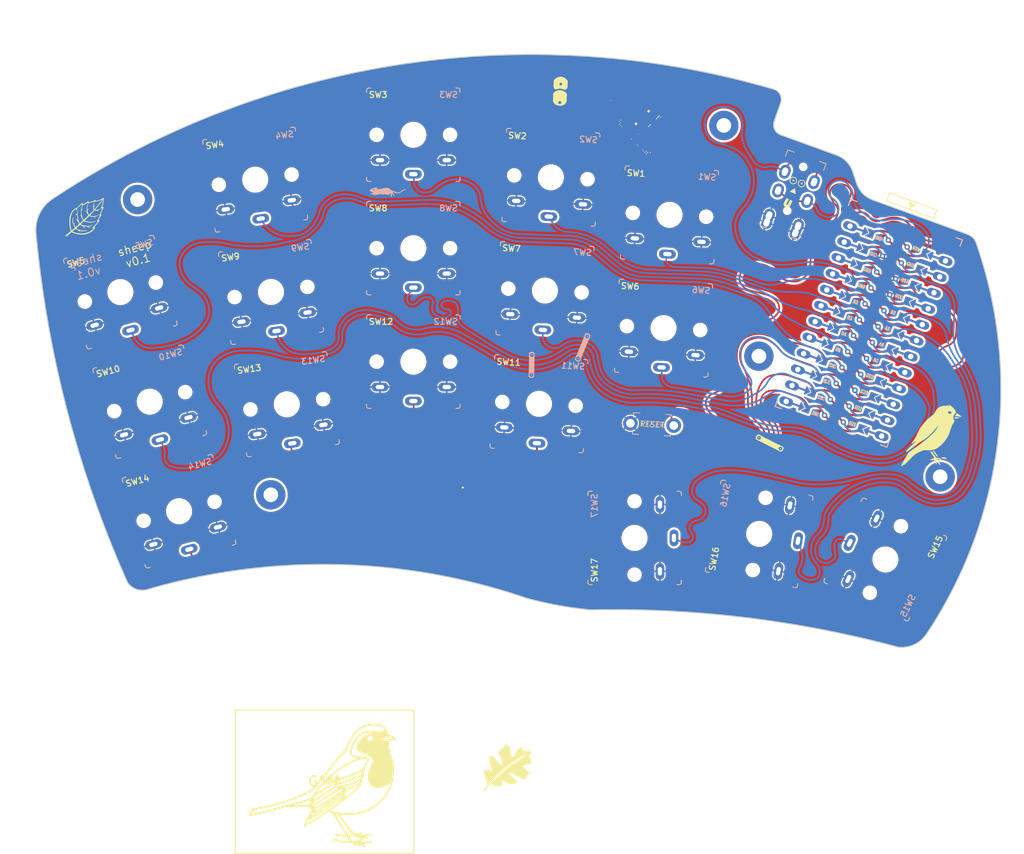
<source format=kicad_pcb>
(kicad_pcb (version 20221018) (generator pcbnew)
  (layers (0 "F.Cu" signal) (31 "B.Cu" signal) (34 "B.Paste" user) (35 "F.Paste" user) (36 "B.SilkS" user "B.Silkscreen") (37 "F.SilkS" user "F.Silkscreen") (38 "B.Mask" user) (39 "F.Mask" user) (44 "Edge.Cuts" user))
  (net 0 "")
  (net 1 "gnd")
  (net 2 "vcc")
  (net 3 "Switch18")
  (net 4 "reset")
  (net 5 "Switch1")
  (net 6 "Switch2")
  (net 7 "Switch3")
  (net 8 "Switch4")
  (net 9 "Switch5")
  (net 10 "Switch6")
  (net 11 "Switch7")
  (net 12 "Switch8")
  (net 13 "Switch9")
  (net 14 "Switch10")
  (net 15 "Switch11")
  (net 16 "Switch12")
  (net 17 "Switch13")
  (net 18 "Switch14")
  (net 19 "Switch15")
  (net 20 "Switch16")
  (net 21 "Switch17")
  (net 22 "raw")
  (footprint "Kailh:TRRS-PJ-DPB2" (layer "F.Cu") (at 158.94102 67.4 -20)
    (fp_text reference "J2" hide)
    (fp_text value "AudioJack4dpb" hide)
  )
  (footprint "* duckyb-collection:SW_PG1350_rev_DPB" (layer "F.Cu") (at 100 98.1)
    (fp_text reference "SW12" hide)
    (fp_text value "SW_Push" hide)
  )
  (footprint "* duckyb-collection:ProMicro_jumpers_facedown" (layer "F.Cu") (at 168.202942 92.333663 -20)
    (fp_text reference "U1" hide)
    (fp_text value "ProMicro-kbd" hide)
  )
  (footprint "LOGO" (layer "F.Cu") (at 50.75 76.5)
    (fp_text reference "G***" hide)
    (fp_text value "LOGO" hide)
  )
  (footprint "LOGO" (layer "F.Cu") (at 86.7 161)
    (fp_text reference "G***")
    (fp_text value "LOGO" hide)
  )
  (footprint "LOGO" (layer "F.Cu") (at 113.918131 158.931437)
    (fp_text reference "G***" hide)
    (fp_text value "LOGO" hide)
  )
  (footprint "* duckyb-collection:SW_PG1350_rev_DPB" (layer "F.Cu") (at 137.472178 93.066994 -3)
    (fp_text reference "SW6" hide)
    (fp_text value "SW_Push" hide)
  )
  (footprint "* duckyb-collection:SW_PG1350_rev_DPB" (layer "F.Cu") (at 151.797216 123.90989 80)
    (fp_text reference "SW16" hide)
    (fp_text value "SW_Push" hide)
  )
  (footprint "* duckyb-collection:SW_PG1350_rev_DPB" (layer "F.Cu") (at 76.312936 70.822861 8)
    (fp_text reference "SW4" hide)
    (fp_text value "SW_Push" hide)
  )
  (footprint "* duckyb-collection:SW_PG1350_rev_DPB" (layer "F.Cu") (at 64.912892 120.511777 15)
    (fp_text reference "SW14" hide)
    (fp_text value "SW_Push" hide)
  )
  (footprint "" (layer "F.Cu") (at 58.7 73.8)
    (fp_text reference "")
    (fp_text value "")
  )
  (footprint "* duckyb-collection:SW_PG1350_rev_DPB" (layer "F.Cu") (at 78.678879 87.657418 8)
    (fp_text reference "SW9" hide)
    (fp_text value "SW_Push" hide)
  )
  (footprint "* duckyb-collection:SW_PG1350_rev_DPB" (layer "F.Cu") (at 120.595441 70.466826 -3)
    (fp_text reference "SW2" hide)
    (fp_text value "SW_Push" hide)
  )
  (footprint "" (layer "F.Cu") (at 146.5 62.7)
    (fp_text reference "")
    (fp_text value "")
  )
  (footprint "* duckyb-collection:SW_PG1350_rev_DPB" (layer "F.Cu") (at 81.044822 104.491975 8)
    (fp_text reference "SW13" hide)
    (fp_text value "SW_Push" hide)
  )
  (footprint "LOGO" (layer "F.Cu") (at 132.6 60.7 45)
    (fp_text reference "G***" hide)
    (fp_text value "LOGO" hide)
  )
  (footprint "" (layer "F.Cu") (at 178.9 115.35)
    (fp_text reference "")
    (fp_text value "")
  )
  (footprint "kbd:ResetSW_1side" (layer "F.Cu") (at 135.75 107.5 -3)
    (fp_text reference "RSW2" hide)
    (fp_text value "SW_PUSH")
  )
  (footprint "* duckyb-collection:SW_PG1350_rev_DPB" (layer "F.Cu") (at 170.697216 127.743448 -115)
    (fp_text reference "SW15" hide)
    (fp_text value "SW_Push" hide)
  )
  (footprint "LOGO" (layer "F.Cu") (at 101.1 121.3)
    (fp_text reference "G***" hide)
    (fp_text value "LOGO" hide)
  )
  (footprint "" (layer "F.Cu") (at 151.75 97.275)
    (fp_text reference "")
    (fp_text value "")
  )
  (footprint "* duckyb-collection:SW_PG1350_rev_DPB" (layer "F.Cu") (at 56.113044 87.670299 15)
    (fp_text reference "SW5" hide)
    (fp_text value "SW_Push" hide)
  )
  (footprint "LOGO" (layer "F.Cu") (at 177.365594 109.250359)
    (fp_text reference "G***" hide)
    (fp_text value "LOGO" hide)
  )
  (footprint "" (layer "F.Cu") (at 78.65 118.05)
    (fp_text reference "")
    (fp_text value "")
  )
  (footprint "* duckyb-collection:SW_PG1350_rev_DPB" (layer "F.Cu") (at 119.705729 87.443528 -3)
    (fp_text reference "SW7" hide)
    (fp_text value "SW_Push" hide)
  )
  (footprint "* duckyb-collection:SW_PG1350_rev_DPB" (layer "F.Cu") (at 100 81.1)
    (fp_text reference "SW8" hide)
    (fp_text value "SW_Push" hide)
  )
  (footprint "LOGO" (layer "F.Cu") (at 120.25 58.1 87)
    (fp_text reference "G***" hide)
    (fp_text value "LOGO" hide)
  )
  (footprint "* duckyb-collection:SW_PG1350_rev_DPB" (layer "F.Cu") (at 138.361889 76.090292 -3)
    (fp_text reference "SW1" hide)
    (fp_text value "SW_Push" hide)
  )
  (footprint "LOGO" (layer "F.Cu") (at 153.425 110.3 63)
    (fp_text reference "G***" hide)
    (fp_text value "LOGO" hide)
  )
  (footprint "* duckyb-collection:SW_PG1350_rev_DPB" (layer "F.Cu") (at 100 64.1)
    (fp_text reference "SW3" hide)
    (fp_text value "SW_Push" hide)
  )
  (footprint "* duckyb-collection:SW_PG1350_rev_DPB" (layer "F.Cu") (at 60.512968 104.091038 15)
    (fp_text reference "SW10" hide)
    (fp_text value "SW_Push" hide)
  )
  (footprint "* duckyb-collection:SW_PG1350_rev_DPB" (layer "F.Cu") (at 133.12631 124.510908 90)
    (fp_text reference "SW17" hide)
    (fp_text value "SW_Push" hide)
  )
  (footprint "* duckyb-collection:SW_PG1350_rev_DPB" (layer "F.Cu") (at 118.816018 104.42023 -3)
    (fp_text reference "SW11" hide)
    (fp_text value "SW_Push" hide)
  )
  (footprint "LOGO" (layer "B.Cu") (at 125.3 96 158)
    (fp_text reference "G***" hide)
    (fp_text value "LOGO" hide)
  )
  (footprint "LOGO" (layer "B.Cu") (at 117.68 98.33 179)
    (fp_text reference "G***" hide)
    (fp_text value "LOGO" hide)
  )
  (footprint "LOGO" (layer "B.Cu") (at 97.677525 72.715551 178)
    (fp_text reference "G***" hide)
    (fp_text value "LOGO" hide)
  )
  (gr_line (start 156.533732 73.907338) (end 156.445216 73.868295) (stroke (width 0.01)) (layer "F.SilkS"))
  (gr_line (start 155.440405 74.561701) (end 155.448586 74.613966) (stroke (width 0.01)) (layer "F.SilkS"))
  (gr_line (start 156.218687 74.911025) (end 156.259361 74.892432) (stroke (width 0.01)) (layer "F.SilkS"))
  (gr_poly (pts (xy 157.1 72.2) (xy 156.457225 72.6) (xy 157.207225 72.9)) (stroke (width 0.12)) (fill solid) (layer "F.SilkS"))
  (gr_line (start 155.992477 73.652362) (end 156.07103 73.69513) (stroke (width 0.01)) (layer "F.SilkS"))
  (gr_line (start 156.039971 74.584589) (end 156.060656 74.565299) (stroke (width 0.01)) (layer "F.SilkS"))
  (gr_poly (pts (xy 155.904275 73.599253) (xy 155.992477 73.652362) (xy 156.07103 73.69513) (xy 156.248827 73.761377) (xy 156.151089 73.9409) (xy 156.13146 73.973876) (xy 156.078456 74.055609) (xy 156.05742 74.084893) (xy 156.036385 74.114177) (xy 156.015 74.153454) (xy 155.993724 74.186267) (xy 155.974093 74.219241) (xy 155.946807 74.269363) (xy 155.930963 74.301094) (xy 155.917409 74.33387) (xy 155.896693 74.389469) (xy 155.885303 74.429097) (xy 155.88102 74.450006) (xy 155.873215 74.48871) (xy 155.87112 74.548673) (xy 155.880068 74.579004) (xy 155.899358 74.599689) (xy 155.928989 74.610732) (xy 155.968967 74.612128) (xy 156.00929 74.603529) (xy 156.039971 74.584589) (xy 156.060656 74.565299) (xy 156.092384 74.516377) (xy 156.113767 74.477099) (xy 156.135499 74.427828) (xy 156.167924 74.358917) (xy 156.242766 74.221444) (xy 156.285184 74.152884) (xy 156.316912 74.103961) (xy 156.445216 73.868295) (xy 156.533732 73.907338) (xy 156.681928 73.966615) (xy 156.741362 73.988199) (xy 156.780821 74.000088) (xy 156.682089 74.228526) (xy 156.573797 74.472974) (xy 156.466446 74.669037) (xy 156.390976 74.77576) (xy 156.360256 74.814354) (xy 156.325882 74.849737) (xy 156.259361 74.892432) (xy 156.218687 74.911025) (xy 156.16802 74.929267) (xy 156.11724 74.942574) (xy 156.056708 74.951643) (xy 155.995523 74.953262) (xy 155.90713 74.950175) (xy 155.859213 74.939474) (xy 155.80789 74.926699) (xy 155.660074 74.861499) (xy 155.611154 74.829772) (xy 155.572223 74.798394) (xy 155.485421 74.705309) (xy 155.466478 74.674631) (xy 155.448586 74.613966) (xy 155.440405 74.561701) (xy 155.441731 74.523672) (xy 155.449076 74.48484) (xy 155.453819 74.464059) (xy 155.465209 74.424432) (xy 155.476252 74.3948) (xy 155.487641 74.355173) (xy 155.509723 74.295909) (xy 155.533158 74.237252) (xy 155.550242 74.202774) (xy 155.702875 73.922421) (xy 155.83013 73.716736)) (stroke (width 0.01)) (fill solid) (layer "F.SilkS"))
  (gr_line (start 155.448586 74.613966) (end 155.457532 74.644299) (stroke (width 0.01)) (layer "F.SilkS"))
  (gr_line (start 156.327604 74.084322) (end 156.445216 73.868295) (stroke (width 0.01)) (layer "F.SilkS"))
  (gr_arc (start 156.11724 74.942574) (mid 156.056708 74.951636) (end 155.995523 74.953262) (stroke (width 0.01)) (layer "F.SilkS"))
  (gr_line (start 156.683594 74.225082) (end 156.780821 74.000088) (stroke (width 0.01)) (layer "F.SilkS"))
  (gr_line (start 156.482151 74.642213) (end 156.564241 74.491429) (stroke (width 0.01)) (layer "F.SilkS"))
  (gr_arc (start 155.953394 74.951791) (mid 155.859215 74.939466) (end 155.769061 74.909568) (stroke (width 0.01)) (layer "F.SilkS"))
  (gr_arc (start 155.685548 73.954249) (mid 155.692347 73.942157) (end 155.699482 73.93026) (stroke (width 0.01)) (layer "F.SilkS"))
  (gr_line (start 155.457532 74.644299) (end 155.466478 74.674631) (stroke (width 0.01)) (layer "F.SilkS"))
  (gr_line (start 155.904275 73.599253) (end 155.992477 73.652362) (stroke (width 0.01)) (layer "F.SilkS"))
  (gr_line (start 155.685548 73.954249) (end 155.550242 74.202774) (stroke (width 0.01)) (layer "F.SilkS"))
  (gr_line (start 156.167924 74.358917) (end 156.232076 74.241083) (stroke (width 0.01)) (layer "F.SilkS"))
  (gr_circle (center 156.9 70.95) (end 157.4 70.95) (stroke (width 0.12)) (fill none) (layer "F.SilkS"))
  (gr_arc (start 156.763241 73.995035) (mid 156.741364 73.988197) (end 156.719821 73.980369) (stroke (width 0.01)) (layer "F.SilkS"))
  (gr_circle (center 158.15 71.4) (end 158.65 71.4) (stroke (width 0.12)) (fill none) (layer "F.SilkS"))
  (gr_line (start 156.092384 74.516377) (end 156.060656 74.565299) (stroke (width 0.01)) (layer "F.SilkS"))
  (gr_line (start 155.466478 74.674631) (end 155.485421 74.705309) (stroke (width 0.01)) (layer "F.SilkS"))
  (gr_arc (start 155.440405 74.561701) (mid 155.449071 74.484839) (end 155.469497 74.410236) (stroke (width 0.01)) (layer "F.SilkS"))
  (gr_line (start 156.11724 74.942574) (end 156.16802 74.929267) (stroke (width 0.01)) (layer "F.SilkS"))
  (gr_line (start 156.113767 74.477099) (end 156.092384 74.516377) (stroke (width 0.01)) (layer "F.SilkS"))
  (gr_arc (start 155.704704 74.881184) (mid 155.616841 74.83127) (end 155.54081 74.764707) (stroke (width 0.01)) (layer "F.SilkS"))
  (gr_line (start 155.90294 74.372701) (end 155.917409 74.33387) (stroke (width 0.01)) (layer "F.SilkS"))
  (gr_arc (start 156.390976 74.77576) (mid 156.360259 74.814359) (end 156.325882 74.849737) (stroke (width 0.01)) (layer "F.SilkS"))
  (gr_line (start 156.151089 73.9409) (end 156.248827 73.761377) (stroke (width 0.01)) (layer "F.SilkS"))
  (gr_line (start 155.87112 74.548673) (end 155.87178 74.529823) (stroke (width 0.01)) (layer "F.SilkS"))
  (gr_line (start 155.485421 74.705309) (end 155.54081 74.764707) (stroke (width 0.01)) (layer "F.SilkS"))
  (gr_line (start 155.993724 74.186267) (end 156.13146 73.973876) (stroke (width 0.01)) (layer "F.SilkS"))
  (gr_line (start 156.07103 73.69513) (end 156.15993 73.728254) (stroke (width 0.01)) (layer "F.SilkS"))
  (gr_line (start 155.87112 74.548673) (end 155.880068 74.579004) (stroke (width 0.01)) (layer "F.SilkS"))
  (gr_line (start 155.968967 74.612128) (end 156.00929 74.603529) (stroke (width 0.01)) (layer "F.SilkS"))
  (gr_arc (start 155.974093 74.219241) (mid 155.983592 74.202565) (end 155.993724 74.186267) (stroke (width 0.01)) (layer "F.SilkS"))
  (gr_line (start 155.880068 74.579004) (end 155.899358 74.599689) (stroke (width 0.01)) (layer "F.SilkS"))
  (gr_arc (start 155.917409 74.33387) (mid 155.930963 74.301094) (end 155.946807 74.269363) (stroke (width 0.01)) (layer "F.SilkS"))
  (gr_arc (start 156.151089 73.9409) (mid 156.141593 73.957578) (end 156.13146 73.973876) (stroke (width 0.01)) (layer "F.SilkS"))
  (gr_line (start 156.719821 73.980369) (end 156.553969 73.91574) (stroke (width 0.01)) (layer "F.SilkS"))
  (gr_line (start 156.390976 74.77576) (end 156.449105 74.694836) (stroke (width 0.01)) (layer "F.SilkS"))
  (gr_line (start 155.704704 74.881184) (end 155.769061 74.909568) (stroke (width 0.01)) (layer "F.SilkS"))
  (gr_line (start 155.904275 73.599253) (end 155.699482 73.93026) (stroke (width 0.01)) (layer "F.SilkS"))
  (gr_line (start 155.946807 74.269363) (end 155.974093 74.219241) (stroke (width 0.01)) (layer "F.SilkS"))
  (gr_line (start 156.16802 74.929267) (end 156.218687 74.911025) (stroke (width 0.01)) (layer "F.SilkS"))
  (gr_arc (start 156.582578 74.454137) (mid 156.573797 74.472973) (end 156.564241 74.491429) (stroke (width 0.01)) (layer "F.SilkS"))
  (gr_arc (start 156.482151 74.642213) (mid 156.466447 74.669039) (end 156.449105 74.694836) (stroke (width 0.01)) (layer "F.SilkS"))
  (gr_line (start 155.928989 74.610732) (end 155.968967 74.612128) (stroke (width 0.01)) (layer "F.SilkS"))
  (gr_circle (center 158.15 71.4) (end 158.220711 71.4) (stroke (width 0.12)) (fill none) (layer "F.SilkS"))
  (gr_arc (start 155.87178 74.529823) (mid 155.881006 74.450001) (end 155.90294 74.372701) (stroke (width 0.01)) (layer "F.SilkS"))
  (gr_arc (start 156.683594 74.225082) (mid 156.682844 74.226805) (end 156.682089 74.228526) (stroke (width 0.01)) (layer "F.SilkS"))
  (gr_line (start 156.582578 74.454137) (end 156.682089 74.228526) (stroke (width 0.01)) (layer "F.SilkS"))
  (gr_line (start 155.518778 74.272936) (end 155.469497 74.410236) (stroke (width 0.01)) (layer "F.SilkS"))
  (gr_line (start 156.15993 73.728254) (end 156.248827 73.761377) (stroke (width 0.01)) (layer "F.SilkS"))
  (gr_circle (center 156.9 70.95) (end 156.970711 70.95) (stroke (width 0.12)) (fill none) (layer "F.SilkS"))
  (gr_line (start 155.899358 74.599689) (end 155.928989 74.610732) (stroke (width 0.01)) (layer "F.SilkS"))
  (gr_line (start 156.00929 74.603529) (end 156.039971 74.584589) (stroke (width 0.01)) (layer "F.SilkS"))
  (gr_line (start 156.167924 74.358917) (end 156.135499 74.427828) (stroke (width 0.01)) (layer "F.SilkS"))
  (gr_line (start 156.232076 74.241083) (end 156.327604 74.084322) (stroke (width 0.01)) (layer "F.SilkS"))
  (gr_line (start 155.953394 74.951791) (end 155.995523 74.953262) (stroke (width 0.01)) (layer "F.SilkS"))
  (gr_line (start 156.780821 74.000088) (end 156.763241 73.995035) (stroke (width 0.01)) (layer "F.SilkS"))
  (gr_line (start 156.135499 74.427828) (end 156.113767 74.477099) (stroke (width 0.01)) (layer "F.SilkS"))
  (gr_arc (start 155.518778 74.272936) (mid 155.533162 74.23725) (end 155.550242 74.202774) (stroke (width 0.01)) (layer "F.SilkS"))
  (gr_arc (start 156.553969 73.91574) (mid 156.543805 73.911649) (end 156.533732 73.907338) (stroke (width 0.01)) (layer "F.SilkS"))
  (gr_line (start 156.259361 74.892432) (end 156.325882 74.849737) (stroke (width 0.01)) (layer "F.SilkS"))
  (gr_arc (start 153.977226 57.264827) (mid 154.911429 58.030345) (end 155.048988 59.230274) (stroke (width 0.15)) (layer "Edge.Cuts"))
  (gr_line (start 155.048988 59.230274) (end 154.044187 62.090343) (stroke (width 0.15)) (layer "Edge.Cuts"))
  (gr_line (start 165.81185 69.635551) (end 166.388274 71.364822) (stroke (width 0.15)) (layer "Edge.Cuts"))
  (gr_arc (start 155 64.1) (mid 154.11743 63.287634) (end 154.044187 62.090343) (stroke (width 0.15)) (layer "Edge.Cuts"))
  (gr_arc (start 184.243489 80.162059) (mid 187.49836 110.348646) (end 176.925279 138.809745) (stroke (width 0.15)) (layer "Edge.Cuts"))
  (gr_arc (start 60.040598 132.281675) (mid 88.654809 128.516368) (end 117.066136 133.590523) (stroke (width 0.15)) (layer "Edge.Cuts"))
  (gr_arc (start 176.925279 138.809745) (mid 175.082213 140.469268) (end 172.63988 140.900447) (stroke (width 0.15)) (layer "Edge.Cuts"))
  (gr_arc (start 126.565959 135.30443) (mid 149.801598 136.466646) (end 172.63988 140.900447) (stroke (width 0.15)) (layer "Edge.Cuts"))
  (gr_line (start 168.818396 73.859942) (end 183.071438 79.032734) (stroke (width 0.15)) (layer "Edge.Cuts"))
  (gr_line (start 155 64.1) (end 163.381129 67.140213) (stroke (width 0.15)) (layer "Edge.Cuts"))
  (gr_arc (start 43.448931 78.678151) (mid 44.039546 75.869437) (end 45.932377 73.711918) (stroke (width 0.15)) (layer "Edge.Cuts"))
  (gr_arc (start 57.171986 131.153053) (mid 48.15161 105.480177) (end 43.448931 78.678151) (stroke (width 0.15)) (layer "Edge.Cuts"))
  (gr_arc (start 60.040598 132.281674) (mid 58.426132 132.175276) (end 57.171986 131.153053) (stroke (width 0.15)) (layer "Edge.Cuts"))
  (gr_arc (start 126.565959 135.30443) (mid 121.780056 134.64697) (end 117.066136 133.590523) (stroke (width 0.15)) (layer "Edge.Cuts"))
  (gr_arc (start 45.932377 73.711918) (mid 98.135091 53.534262) (end 153.977226 57.264827) (stroke (width 0.15)) (layer "Edge.Cuts"))
  (gr_arc (start 168.818396 73.859942) (mid 167.317503 72.890768) (end 166.388274 71.364822) (stroke (width 0.15)) (layer "Edge.Cuts"))
  (gr_arc (start 163.381129 67.140213) (mid 164.882399 68.109376) (end 165.81185 69.635551) (stroke (width 0.15)) (layer "Edge.Cuts"))
  (gr_arc (start 183.071438 79.032734) (mid 183.763023 79.487843) (end 184.243488 80.162059) (stroke (width 0.15)) (layer "Edge.Cuts"))
  (gr_text "sheep\nv0.1" (at 51.525 85.5 15) (layer "B.SilkS") (effects (font (size 1.2 1.2)) (justify bottom mirror)))
  (gr_text "sheep\nv0.1" (at 58.95 83.625 15) (layer "F.SilkS") (effects (font (size 1.2 1.2)) (justify bottom)))
  (segment (start 155.650231 69.628903) (end 155.850025 69.136251) (width 0.25) (layer "F.Cu") (net 2))
  (segment (start 160.344997 70.171516) (end 160.007849 71.193663) (width 0.25) (layer "F.Cu") (net 2))
  (arc (start 160.320189 68.93717) (mid 160.438124 69.552248) (end 160.344997 70.171516) (width 0.25) (layer "F.Cu") (net 2))
  (arc (start 158.173914 67.4) (mid 158.948156 67.539351) (end 159.625159 67.93991) (width 0.25) (layer "F.Cu") (net 2))
  (arc (start 160.320189 68.93717) (mid 160.035395 68.395022) (end 159.625159 67.93991) (width 0.25) (layer "F.Cu") (net 2))
  (arc (start 158.173914 67.4) (mid 157.66576 67.462796) (end 157.188179 67.647404) (width 0.25) (layer "F.Cu") (net 2))
  (arc (start 155.850025 69.136251) (mid 156.388669 68.27463) (end 157.188179 67.647404) (width 0.25) (layer "F.Cu") (net 2))
  (segment (start 152.289497 82.971838) (end 150.980026 82.386445) (width 0.25) (layer "B.Cu") (net 2))
  (segment (start 143.6 62.512003) (end 143.6 62.470107) (width 0.25) (layer "B.Cu") (net 2))
  (segment (start 158.787753 83.201633) (end 156.554696 83.499373) (width 0.25) (layer "B.Cu") (net 2))
  (segment (start 149.120081 61.560242) (end 149.120265 61.560792) (width 0.25) (layer "B.Cu") (net 2))
  (segment (start 149.412758 65.290398) (end 149.429792 65.34434) (width 0.25) (layer "B.Cu") (net 2))
  (segment (start 145.694326 65.378866) (end 145.69627 65.379254) (width 0.25) (layer "B.Cu") (net 2))
  (segment (start 150.197738 66.946607) (end 150.940393 68.060591) (width 0.25) (layer "B.Cu") (net 2))
  (segment (start 149.102214 75.39996) (end 149.702005 74.665992) (width 0.25) (layer "B.Cu") (net 2))
  (segment (start 164.728385 84.323144) (end 163.44297 83.841114) (width 0.25) (layer "B.Cu") (net 2))
  (segment (start 150.150156 68.175233) (end 149.866839 67.750258) (width 0.25) (layer "B.Cu") (net 2))
  (segment (start 155.038772 83.585361) (end 155.035231 83.585293) (width 0.25) (layer "B.Cu") (net 2))
  (segment (start 154.683147 69.115641) (end 155.650231 69.628903) (width 0.25) (layer "B.Cu") (net 2))
  (segment (start 145.841192 59.958019) (end 146.051417 59.929352) (width 0.25) (layer "B.Cu") (net 2))
  (arc (start 148.273577 78.669545) (mid 148.305992 76.937964) (end 149.102214 75.39996) (width 0.25) (layer "B.Cu") (net 2))
  (arc (start 145.69627 65.379254) (mid 146.782062 65.657168) (end 147.832212 66.048788) (width 0.25) (layer "B.Cu") (net 2))
  (arc (start 149.262035 63.273781) (mid 149.294092 62.408751) (end 149.120265 61.560792) (width 0.25) (layer "B.Cu") (net 2))
  (arc (start 164.728385 84.323144) (mid 165.681015 85.038309) (end 166.09667 86.154635) (width 0.25) (layer "B.Cu") (net 2))
  (arc (start 158.812312 83.198974) (mid 158.800016 83.200152) (end 158.787753 83.201633) (width 0.25) (layer "B.Cu") (net 2))
  (arc (start 145.841192 59.958019) (mid 144.899734 60.275937) (end 144.143553 60.920558) (width 0.25) (layer "B.Cu") (net 2))
  (arc (start 143.6 62.470107) (mid 143.739799 61.649047) (end 144.143553 60.920558) (width 0.25) (layer "B.Cu") (net 2))
  (arc (start 148.273577 78.669545) (mid 149.23205 80.815409) (end 150.980026 82.386445) (width 0.25) (layer "B.Cu") (net 2))
  (arc (start 154.683147 69.115641) (mid 153.878991 68.857978) (end 153.035348 68.896512) (width 0.25) (layer "B.Cu") (net 2))
  (arc (start 149.120081 61.560242) (mid 148.642025 60.743326) (end 147.874952 60.188868) (width 0.25) (layer "B.Cu") (net 2))
  (arc (start 150.940393 68.060591) (mid 151.857864 68.804376) (end 153.035348 68.896512) (width 0.25) (layer "B.Cu") (net 2))
  (arc (start 149.702005 74.665992) (mid 150.619872 73.091247) (end 151.005018 71.309684) (width 0.25) (layer "B.Cu") (net 2))
  (arc (start 149.262035 63.273781) (mid 149.220253 64.290818) (end 149.412758 65.290398) (width 0.25) (layer "B.Cu") (net 2))
  (arc (start 149.429792 65.34434) (mid 149.757166 66.1726) (end 150.197738 66.946607) (width 0.25) (layer "B.Cu") (net 2))
  (arc (start 150.150156 68.175233) (mid 150.831913 69.673111) (end 151.005018 71.309684) (width 0.25) (layer "B.Cu") (net 2))
  (arc (start 144.252924 64.470565) (mid 143.767498 63.544169) (end 143.6 62.512003) (width 0.25) (layer "B.Cu") (net 2))
  (arc (start 158.812312 83.198974) (mid 161.163494 83.263212) (end 163.44297 83.841114) (width 0.25) (layer "B.Cu") (net 2))
  (arc (start 152.289497 82.971838) (mid 153.631498 83.416716) (end 155.035231 83.585293) (width 0.25) (layer "B.Cu") (net 2))
  (arc (start 149.866839 67.750258) (mid 148.972158 66.752873) (end 147.832212 66.048788) (width 0.25) (layer "B.Cu") (net 2))
  (arc (start 146.051417 59.929352) (mid 146.981224 59.932061) (end 147.874952 60.188868) (width 0.25) (layer "B.Cu") (net 2))
  (arc (start 155.038772 83.585361) (mid 155.798366 83.571142) (end 156.554696 83.499373) (width 0.25) (layer "B.Cu") (net 2))
  (arc (start 145.694326 65.378866) (mid 144.889729 65.057674) (end 144.252924 64.470565) (width 0.25) (layer "B.Cu") (net 2))
  (segment (start 154.909633 72.72972) (end 154.624171 72.447981) (width 0.25) (layer "F.Cu") (net 3))
  (segment (start 158.981788 74.012741) (end 158.60481 74.048069) (width 0.25) (layer "F.Cu") (net 3))
  (arc (start 154.909633 72.72972) (mid 156.611154 73.798305) (end 158.60481 74.048069) (width 0.25) (layer "F.Cu") (net 3))
  (segment (start 162.659318 73.552588) (end 163.019676 73.846022) (width 0.25) (layer "B.Cu") (net 3))
  (segment (start 159.384611 74.206929) (end 158.981788 74.012741) (width 0.25) (layer "B.Cu") (net 3))
  (segment (start 176.394436 81.79368) (end 176.788449 81.25779) (width 0.25) (layer "B.Cu") (net 3))
  (segment (start 165.368885 71.930332) (end 165.143706 71.621265) (width 0.25) (layer "B.Cu") (net 3))
  (segment (start 174.918862 77.309092) (end 174.259404 77.081191) (width 0.25) (layer "B.Cu") (net 3))
  (segment (start 166.879526 75.452917) (end 167.952726 76.230594) (width 0.25) (layer "B.Cu") (net 3))
  (segment (start 162.797662 76.365726) (end 162.698892 76.387198) (width 0.25) (layer "B.Cu") (net 3))
  (segment (start 176.394436 81.79368) (end 176.385296 81.495707) (width 0.25) (layer "B.Cu") (net 3))
  (arc (start 165.875 73.484445) (mid 165.745291 72.667266) (end 165.368885 71.930332) (width 0.25) (layer "B.Cu") (net 3))
  (arc (start 160.500066 75.454035) (mid 160.066092 74.719775) (end 159.384611 74.206929) (width 0.25) (layer "B.Cu") (net 3))
  (arc (start 167.952726 76.230594) (mid 169.399778 76.874074) (end 170.983523 76.875857) (width 0.25) (layer "B.Cu") (net 3))
  (arc (start 174.918862 77.309092) (mid 175.945311 77.844114) (end 176.771458 78.654871) (width 0.25) (layer "B.Cu") (net 3))
  (arc (start 163.680089 70.954498) (mid 164.499462 71.095679) (end 165.143706 71.621265) (width 0.25) (layer "B.Cu") (net 3))
  (arc (start 163.680089 70.954498) (mid 162.782943 71.311645) (end 162.232477 72.10497) (width 0.25) (layer "B.Cu") (net 3))
  (arc (start 170.983523 76.875857) (mid 172.635468 76.755936) (end 174.259404 77.081191) (width 0.25) (layer "B.Cu") (net 3))
  (arc (start 163.687645 75.277256) (mid 163.432517 75.976736) (end 162.797662 76.365726) (width 0.25) (layer "B.Cu") (net 3))
  (arc (start 162.698892 76.387198) (mid 161.515952 76.300658) (end 160.569708 75.585488) (width 0.25) (layer "B.Cu") (net 3))
  (arc (start 176.771458 78.654871) (mid 177.21162 79.953515) (end 176.788449 81.25779) (width 0.25) (layer "B.Cu") (net 3))
  (arc (start 163.687645 75.277256) (mid 163.517728 74.485067) (end 163.019676 73.846022) (width 0.25) (layer "B.Cu") (net 3))
  (arc (start 162.232477 72.10497) (mid 162.221731 72.894879) (end 162.659318 73.552588) (width 0.25) (layer "B.Cu") (net 3))
  (arc (start 160.500066 75.454035) (mid 160.529971 75.522366) (end 160.569708 75.585488) (width 0.25) (layer "B.Cu") (net 3))
  (arc (start 166.879526 75.452917) (mid 166.140634 74.589417) (end 165.875 73.484445) (width 0.25) (layer "B.Cu") (net 3))
  (segment (start 182.810277 91.581636) (end 183.24895 90.798296) (width 0.25) (layer "F.Cu") (net 4))
  (segment (start 171.077803 76.627015) (end 169.748454 77.019775) (width 0.25) (layer "F.Cu") (net 4))
  (segment (start 146.36458 98.994927) (end 146.542541 99.630504) (width 0.25) (layer "F.Cu") (net 4))
  (segment (start 182.280184 96.446346) (end 182.079935 95.853609) (width 0.25) (layer "F.Cu") (net 4))
  (segment (start 160.84661 77.935117) (end 160.512027 77.939763) (width 0.25) (layer "F.Cu") (net 4))
  (segment (start 174.656974 86.567319) (end 174.678763 86.661499) (width 0.25) (layer "F.Cu") (net 4))
  (segment (start 164.490184 75.796073) (end 164.486251 75.794499) (width 0.25) (layer "F.Cu") (net 4))
  (segment (start 181.83405 94.151048) (end 181.84974 93.748339) (width 0.25) (layer "F.Cu") (net 4))
  (segment (start 159.035363 79.447673) (end 159.029161 79.658569) (width 0.25) (layer "F.Cu") (net 4))
  (segment (start 166.822676 75.708592) (end 165.715192 75.831645) (width 0.25) (layer "F.Cu") (net 4))
  (segment (start 182.215574 92.547709) (end 182.788943 91.617919) (width 0.25) (layer "F.Cu") (net 4))
  (segment (start 180.274829 79.78808) (end 178.807859 80.057605) (width 0.25) (layer "F.Cu") (net 4))
  (segment (start 145.672209 95.700111) (end 145.696627 95.540278) (width 0.25) (layer "F.Cu") (net 4))
  (segment (start 138.696152 106.661074) (end 138.995546 107.670092) (width 0.25) (layer "F.Cu") (net 4))
  (segment (start 181.347566 92.705317) (end 181.333692 93.16321) (width 0.25) (layer "F.Cu") (net 4))
  (segment (start 174.981226 78.50485) (end 174.48244 77.803424) (width 0.25) (layer "F.Cu") (net 4))
  (segment (start 152.989429 91.911452) (end 152.434148 92.056309) (width 0.25) (layer "F.Cu") (net 4))
  (segment (start 164.189641 75.448504) (end 164.190617 75.452572) (width 0.25) (layer "F.Cu") (net 4))
  (segment (start 159.512543 82.802389) (end 159.429953 83.695199) (width 0.25) (layer "F.Cu") (net 4))
  (segment (start 165.030025 73.931946) (end 165.031846 73.930346) (width 0.25) (layer "F.Cu") (net 4))
  (segment (start 140.326466 105.408904) (end 139.949697 105.351343) (width 0.25) (layer "F.Cu") (net 4))
  (segment (start 176.341308 88.531685) (end 177.725854 89.028897) (width 0.25) (layer "F.Cu") (net 4))
  (segment (start 164.323135 74.76261) (end 164.48898 74.530429) (width 0.25) (layer "F.Cu") (net 4))
  (segment (start 181.332624 93.184066) (end 181.262878 94.150275) (width 0.25) (layer "F.Cu") (net 4))
  (segment (start 150.36838 87.409558) (end 152.844029 88.051944) (width 0.25) (layer "F.Cu") (net 4))
  (segment (start 142.098275 107.156461) (end 142.097632 107.154212) (width 0.25) (layer "F.Cu") (net 4))
  (segment (start 163.940785 71.498064) (end 163.739941 71.503966) (width 0.25) (layer "F.Cu") (net 4))
  (segment (start 144.698671 106.022464) (end 144.826077 106.12184) (width 0.25) (layer "F.Cu") (net 4))
  (segment (start 156.627922 86.059623) (end 156.065804 85.957419) (width 0.25) (layer "F.Cu") (net 4))
  (segment (start 145.665848 102.532921) (end 144.842942 102.890236) (width 0.25) (layer "F.Cu") (net 4))
  (arc (start 163.739941 71.503966) (mid 163.109261 71.676974) (end 162.628279 72.120083) (width 0.25) (layer "F.Cu") (net 4))
  (arc (start 141.740597 106.345105) (mid 141.136521 105.721411) (end 140.326466 105.408904) (width 0.25) (layer "F.Cu") (net 4))
  (arc (start 169.748454 77.019775) (mid 168.925002 76.983266) (end 168.298564 76.44756) (width 0.25) (layer "F.Cu") (net 4))
  (arc (start 159.342354 78.54675) (mid 159.120992 78.974132) (end 159.035363 79.447673) (width 0.25) (layer "F.Cu") (net 4))
  (arc (start 182.215574 92.547709) (mid 181.955143 93.124405) (end 181.84974 93.748339) (width 0.25) (layer "F.Cu") (net 4))
  (arc (start 180.888205 95.079153) (mid 180.423409 95.49811) (end 179.859774 95.769281) (width 0.25) (layer "F.Cu") (net 4))
  (arc (start 164.189641 75.448504) (mid 164.181866 75.090982) (end 164.323135 74.76261) (width 0.25) (layer "F.Cu") (net 4))
  (arc (start 182.079935 95.853609) (mid 181.879152 95.01357) (end 181.83405 94.151048) (width 0.25) (layer "F.Cu") (net 4))
  (arc (start 158.079077 85.80685) (mid 157.375998 86.062388) (end 156.627922 86.059623) (width 0.25) (layer "F.Cu") (net 4))
  (arc (start 154.432263 89.058716) (mid 153.717082 88.430804) (end 152.844029 88.051944) (width 0.25) (layer "F.Cu") (net 4))
  (arc (start 162.495001 73.400005) (mid 162.829966 74.066199) (end 163.273139 74.665455) (width 0.25) (layer "F.Cu") (net 4))
  (arc (start 162.224792 77.595528) (mid 161.555072 77.844128) (end 160.84661 77.935117) (width 0.25) (layer "F.Cu") (net 4))
  (arc (start 174.981226 78.50485) (mid 176.668276 79.838854) (end 178.807859 80.057605) (width 0.25) (layer "F.Cu") (net 4))
  (arc (start 163.581512 75.784753) (mid 163.114407 76.848476) (end 162.224792 77.595528) (width 0.25) (layer "F.Cu") (net 4))
  (arc (start 152.989429 91.911452) (mid 153.739425 91.598065) (end 154.372972 91.088841) (width 0.25) (layer "F.Cu") (net 4))
  (arc (start 164.486251 75.794499) (mid 164.296836 75.659502) (end 164.190617 75.452572) (width 0.25) (layer "F.Cu") (net 4))
  (arc (start 144.867736 108.168298) (mid 143.989049 108.409198) (end 143.090475 108.258475) (width 0.25) (layer "F.Cu") (net 4))
  (arc (start 181.262878 94.150275) (mid 181.14843 94.644115) (end 180.888205 95.079153) (width 0.25) (layer "F.Cu") (net 4))
  (arc (start 148.554984 91.847865) (mid 149.595406 91.644451) (end 150.627523 91.886721) (width 0.25) (layer "F.Cu") (net 4))
  (arc (start 146.565139 101.475663) (mid 146.238244 102.108697) (end 145.665848 102.532921) (width 0.25) (layer "F.Cu") (net 4))
  (arc (start 177.725854 89.028897) (mid 179.386777 89.877185) (end 180.780202 91.116786) (width 0.25) (layer "F.Cu") (net 4))
  (arc (start 174.678763 86.661499) (mid 175.271599 87.808556) (end 176.341308 88.531685) (width 0.25) (layer "F.Cu") (net 4))
  (arc (start 149.137057 86.55188) (mid 149.678644 87.087094) (end 150.36838 87.409558) (width 0.25) (layer "F.Cu") (net 4))
  (arc (start 181.787026 98.32541) (mid 182.156661 97.872612) (end 182.35061 97.321336) (width 0.25) (layer "F.Cu") (net 4))
  (arc (start 182.35061 97.321336) (mid 182.369366 96.879481) (end 182.280184 96.446346) (width 0.25) (layer "F.Cu") (net 4))
  (arc (start 148.993449 84.963922) (mid 148.849758 85.777407) (end 149.137057 86.55188) (width 0.25) (layer "F.Cu") (net 4))
  (arc (start 178.727293 98.06475) (mid 179.002458 98.418094) (end 179.376865 98.663615) (width 0.25) (layer "F.Cu") (net 4))
  (arc (start 179.859774 95.769281) (mid 179.539392 95.902484) (end 179.247681 96.089698) (width 0.25) (layer "F.Cu") (net 4))
  (arc (start 145.401252 107.245683) (mid 145.267648 107.784) (end 144.867736 108.168298) (width 0.25) (layer "F.Cu") (net 4))
  (arc (start 182.788943 91.617919) (mid 182.799801 91.59989) (end 182.810277 91.581636) (width 0.25) (layer "F.Cu") (net 4))
  (arc (start 165.031846 73.930346) (mid 165.418753 73.413849) (end 165.565324 72.785383) (width 0.25) (layer "F.Cu") (net 4))
  (arc (start 139.048167 105.581662) (mid 138.704118 106.066567) (end 138.696152 106.661074) (width 0.25) (layer "F.Cu") (net 4))
  (arc (start 181.333692 93.16321) (mid 181.333267 93.173644) (end 181.332624 93.184066) (width 0.25) (layer "F.Cu") (net 4))
  (arc (start 166.822676 75.708592) (mid 167.669852 75.859931) (end 168.298564 76.44756) (width 0.25) (layer "F.Cu") (net 4))
  (arc (start 183.42965 81.413075) (mid 183.438323 82.855682) (end 182.954898 84.214885) (width 0.25) (layer "F.Cu") (net 4))
  (arc (start 183.097272 87.496032) (mid 182.555288 85.875902) (end 182.954898 84.214885) (width 0.25) (layer "F.Cu") (net 4))
  (arc (start 145.672209 95.700111) (mid 145.681953 97.076363) (end 146.120699 98.380864) (width 0.25) (layer "F.Cu") (net 4))
  (arc (start 139.949697 105.351343) (mid 139.47548 105.374723) (end 139.048167 105.581662) (width 0.25) (layer "F.Cu") (net 4))
  (arc (start 143.891576 104.885845) (mid 144.211892 105.513297) (end 144.698671 106.022464) (width 0.25) (layer "F.Cu") (net 4))
  (arc (start 180.780202 91.116786) (mid 181.213908 91.857516) (end 181.347566 92.705317) (width 0.25) (layer "F.Cu") (net 4))
  (arc (start 165.271619 72.037695) (mid 164.662983 71.627914) (end 163.940785 71.498064) (width 0.25) (layer "F.Cu") (net 4))
  (arc (start 150.627523 91.886721) (mid 151.515897 92.13066) (end 152.434148 92.056309) (width 0.25) (layer "F.Cu") (net 4))
  (arc (start 154.432263 89.058716) (mid 154.786979 90.085014) (end 154.372972 91.088841) (width 0.25) (layer "F.Cu") (net 4))
  (arc (start 148.554984 91.847865) (mid 146.647343 93.323703) (end 145.696627 95.540278) (width 0.25) (layer "F.Cu") (net 4))
  (arc (start 154.650202 85.112752) (mid 155.281609 85.663227) (end 156.065804 85.957419) (width 0.25) (layer "F.Cu") (net 4))
  (arc (start 146.542541 99.630504) (mid 146.674813 100.551602) (end 146.565139 101.475663) (width 0.25) (layer "F.Cu") (net 4))
  (arc (start 162.628279 72.120083) (mid 162.403583 72.743594) (end 162.495001 73.400005) (width 0.25) (layer "F.Cu") (net 4))
  (arc (start 159.029161 79.658569) (mid 159.092263 80.635488) (end 159.336696 81.583568) (width 0.25) (layer "F.Cu") (net 4))
  (arc (start 146.120699 98.380864) (mid 146.258766 98.681448) (end 146.36458 98.994927) (width 0.25) (layer "F.Cu") (net 4))
  (arc (start 165.565324 72.785383) (mid 165.49356 72.381995) (end 165.271619 72.037695) (width 0.25) (layer "F.Cu") (net 4))
  (arc (start 144.826077 106.12184) (mid 145.237946 106.620156) (end 145.401252 107.245683) (width 0.25) (layer "F.Cu") (net 4))
  (arc (start 154.650202 85.112752) (mid 153.931116 84.383724) (end 153.077073 83.818472) (width 0.25) (layer "F.Cu") (net 4))
  (arc (start 150.275576 83.719315) (mid 149.52116 84.224814) (end 148.993449 84.963922) (width 0.25) (layer "F.Cu") (net 4))
  (arc (start 164.48898 74.530429) (mid 164.742309 74.215644) (end 165.030025 73.931946) (width 0.25) (layer "F.Cu") (net 4))
  (arc (start 159.429953 83.695199) (mid 159.011149 84.915192) (end 158.079077 85.80685) (width 0.25) (layer "F.Cu") (net 4))
  (arc (start 180.274829 79.78808) (mid 181.543302 79.779333) (end 182.707873 80.282028) (width 0.25) (layer "F.Cu") (net 4))
  (arc (start 143.090475 108.258475) (mid 142.466897 107.822243) (end 142.098275 107.156461) (width 0.25) (layer "F.Cu") (net 4))
  (arc (start 142.097632 107.154212) (mid 141.946925 106.737387) (end 141.740597 106.345105) (width 0.25) (layer "F.Cu") (net 4))
  (arc (start 159.336696 81.583568) (mid 159.486633 82.184003) (end 159.512543 82.802389) (width 0.25) (layer "F.Cu") (net 4))
  (arc (start 144.842942 102.890236) (mid 144.500296 103.085097) (end 144.207081 103.348538) (width 0.25) (layer "F.Cu") (net 4))
  (arc (start 178.600567 97.086319) (mid 178.572747 97.587341) (end 178.727293 98.06475) (width 0.25) (layer "F.Cu") (net 4))
  (arc (start 174.48244 77.803424) (mid 172.968529 76.669949) (end 171.077803 76.627015) (width 0.25) (layer "F.Cu") (net 4))
  (arc (start 179.376865 98.663615) (mid 180.037787 98.845985) (end 180.723079 98.829179) (width 0.25) (layer "F.Cu") (net 4))
  (arc (start 183.42965 81.413075) (mid 183.179901 80.776583) (end 182.707873 80.282028) (width 0.25) (layer "F.Cu") (net 4))
  (arc (start 183.24895 90.798296) (mid 183.644676 89.125505) (end 183.097272 87.496032) (width 0.25) (layer "F.Cu") (net 4))
  (arc (start 179.247681 96.089698) (mid 178.839552 96.533143) (end 178.600567 97.086319) (width 0.25) (layer "F.Cu") (net 4))
  (arc (start 164.490184 75.796073) (mid 165.101405 75.856708) (end 165.715192 75.831645) (width 0.25) (layer "F.Cu") (net 4))
  (arc (start 163.273139 74.665455) (mid 163.556415 75.189557) (end 163.581512 75.784753) (width 0.25) (layer "F.Cu") (net 4))
  (arc (start 180.723079 98.829179) (mid 181.28938 98.649776) (end 181.787026 98.32541) (width 0.25) (layer "F.Cu") (net 4))
  (arc (start 144.207081 103.348538) (mid 143.841138 104.074484) (end 143.891576 104.885845) (width 0.25) (layer "F.Cu") (net 4))
  (arc (start 150.275576 83.719315) (mid 151.687555 83.451607) (end 153.077073 83.818472) (width 0.25) (layer "F.Cu") (net 4))
  (arc (start 160.512027 77.939763) (mid 159.855345 78.104848) (end 159.342354 78.54675) (width 0.25) (layer "F.Cu") (net 4))
  (segment (start 143.228637 84.03527) (end 139.304361 83.912637) (width 0.25) (layer "B.Cu") (net 5))
  (segment (start 163.936414 86.748719) (end 162.708662 86.310237) (width 0.25) (layer "B.Cu") (net 5))
  (segment (start 137.916387 82.531165) (end 138.053107 81.982206) (width 0.25) (layer "B.Cu") (net 5))
  (segment (start 152.005044 86.335015) (end 147.266021 84.755341) (width 0.25) (layer "B.Cu") (net 5))
  (segment (start 154.243464 86.543054) (end 156.398134 86.002809) (width 0.25) (layer "B.Cu") (net 5))
  (arc (start 156.398134 86.002809) (mid 159.576185 85.688772) (end 162.708662 86.310237) (width 0.25) (layer "B.Cu") (net 5))
  (arc (start 147.266021 84.755341) (mid 145.273524 84.248434) (end 143.228637 84.03527) (width 0.25) (layer "B.Cu") (net 5))
  (arc (start 165.227939 88.541454) (mid 164.861164 87.444103) (end 163.936414 86.748719) (width 0.25) (layer "B.Cu") (net 5))
  (arc (start 138.526275 83.744314) (mid 138.907646 83.863939) (end 139.304361 83.912637) (width 0.25) (layer "B.Cu") (net 5))
  (arc (start 138.526275 83.744314) (mid 137.996543 83.250859) (end 137.916387 82.531165) (width 0.25) (layer "B.Cu") (net 5))
  (arc (start 152.005044 86.335015) (mid 153.112287 86.56779) (end 154.243464 86.543054) (width 0.25) (layer "B.Cu") (net 5))
  (segment (start 154.630659 87.546977) (end 154.622378 87.545684) (width 0.25) (layer "B.Cu") (net 6))
  (segment (start 162.93828 89.14591) (end 160.084687 88.126771) (width 0.25) (layer "B.Cu") (net 6))
  (segment (start 154.669519 87.551501) (end 154.677854 87.552142) (width 0.25) (layer "B.Cu") (net 6))
  (segment (start 120.844045 77.287318) (end 120.286659 76.35874) (width 0.25) (layer "B.Cu") (net 6))
  (segment (start 157.126725 87.65328) (end 155.968504 87.650052) (width 0.25) (layer "B.Cu") (net 6))
  (segment (start 155.93155 87.648581) (end 154.669519 87.551501) (width 0.25) (layer "B.Cu") (net 6))
  (segment (start 152.449546 87.054182) (end 147.43893 85.350192) (width 0.25) (layer "B.Cu") (net 6))
  (segment (start 143.206644 84.572626) (end 135.405028 84.294878) (width 0.25) (layer "B.Cu") (net 6))
  (segment (start 154.630659 87.546977) (end 154.138668 87.470084) (width 0.25) (layer "B.Cu") (net 6))
  (segment (start 130.707888 82.473182) (end 128.739755 80.800731) (width 0.25) (layer "B.Cu") (net 6))
  (arc (start 152.449546 87.054182) (mid 153.285119 87.298635) (end 154.138668 87.470084) (width 0.25) (layer "B.Cu") (net 6))
  (arc (start 147.43893 85.350192) (mid 145.35124 84.806538) (end 143.206644 84.572626) (width 0.25) (layer "B.Cu") (net 6))
  (arc (start 157.126725 87.65328) (mid 158.627584 87.753353) (end 160.084687 88.126771) (width 0.25) (layer "B.Cu") (net 6))
  (arc (start 130.707888 82.473182) (mid 132.902736 83.780395) (end 135.405028 84.294878) (width 0.25) (layer "B.Cu") (net 6))
  (arc (start 120.844045 77.287318) (mid 121.852225 78.284842) (end 123.215343 78.676627) (width 0.25) (layer "B.Cu") (net 6))
  (arc (start 155.93155 87.648581) (mid 155.950028 87.649665) (end 155.968504 87.650052) (width 0.25) (layer "B.Cu") (net 6))
  (arc (start 128.739755 80.800731) (mid 126.158376 79.26838) (end 123.215343 78.676627) (width 0.25) (layer "B.Cu") (net 6))
  (arc (start 154.677854 87.552142) (mid 154.650053 87.549456) (end 154.622378 87.545684) (width 0.25) (layer "B.Cu") (net 6))
  (arc (start 164.229805 90.938645) (mid 163.86303 89.841294) (end 162.93828 89.14591) (width 0.25) (layer "B.Cu") (net 6))
  (segment (start 154.916867 89.030121) (end 154.915588 89.029353) (width 0.25) (layer "B.Cu") (net 7))
  (segment (start 112.242775 77.514998) (end 111.753561 77.065719) (width 0.25) (layer "B.Cu") (net 7))
  (segment (start 160.185492 92.115369) (end 159.312122 91.816104) (width 0.25) (layer "B.Cu") (net 7))
  (segment (start 159.270189 90.50721) (end 159.262252 90.504377) (width 0.25) (layer "B.Cu") (net 7))
  (segment (start 110.087608 73.792711) (end 110.054797 73.505415) (width 0.25) (layer "B.Cu") (net 7))
  (segment (start 123.377864 79.240326) (end 115.771466 78.963841) (width 0.25) (layer "B.Cu") (net 7))
  (segment (start 157.367487 90.004602) (end 159.229268 90.494544) (width 0.25) (layer "B.Cu") (net 7))
  (segment (start 151.340784 87.262838) (end 147.63529 85.99791) (width 0.25) (layer "B.Cu") (net 7))
  (segment (start 156.039914 89.551813) (end 157.33289 89.994147) (width 0.25) (layer "B.Cu") (net 7))
  (segment (start 100.124084 71.317198) (end 100 70) (width 0.25) (layer "B.Cu") (net 7))
  (segment (start 157.367487 90.004602) (end 157.360721 90.002822) (width 0.25) (layer "B.Cu") (net 7))
  (segment (start 159.229268 90.494544) (end 159.237346 90.49667) (width 0.25) (layer "B.Cu") (net 7))
  (segment (start 162.103593 91.519139) (end 159.270189 90.50721) (width 0.25) (layer "B.Cu") (net 7))
  (segment (start 157.33289 89.994147) (end 157.339536 89.99642) (width 0.25) (layer "B.Cu") (net 7))
  (segment (start 108.745291 71.423527) (end 108.682208 71.383839) (width 0.25) (layer "B.Cu") (net 7))
  (segment (start 142.648732 85.084092) (end 135.016157 84.828085) (width 0.25) (layer "B.Cu") (net 7))
  (segment (start 130.398992 83.025256) (end 128.19914 81.130647) (width 0.25) (layer "B.Cu") (net 7))
  (arc (start 156.039914 89.551813) (mid 155.463855 89.320174) (end 154.915588 89.029353) (width 0.25) (layer "B.Cu") (net 7))
  (arc (start 103.267919 72.16468) (mid 104.047792 71.553303) (end 104.921894 71.086275) (width 0.25) (layer "B.Cu") (net 7))
  (arc (start 101.709137 72.772333) (mid 102.547029 72.618472) (end 103.267919 72.16468) (width 0.25) (layer "B.Cu") (net 7))
  (arc (start 157.360721 90.002822) (mid 157.350071 89.999812) (end 157.339536 89.99642) (width 0.25) (layer "B.Cu") (net 7))
  (arc (start 163.395118 93.311874) (mid 163.028343 92.214523) (end 162.103593 91.519139) (width 0.25) (layer "B.Cu") (net 7))
  (arc (start 159.237346 90.49667) (mid 159.249882 90.500257) (end 159.262252 90.504377) (width 0.25) (layer "B.Cu") (net 7))
  (arc (start 111.753561 77.065719) (mid 110.625236 75.579547) (end 110.087608 73.792711) (width 0.25) (layer "B.Cu") (net 7))
  (arc (start 147.63529 85.99791) (mid 145.175819 85.356516) (end 142.648732 85.084092) (width 0.25) (layer "B.Cu") (net 7))
  (arc (start 128.19914 81.130647) (mid 125.949445 79.775001) (end 123.377864 79.240326) (width 0.25) (layer "B.Cu") (net 7))
  (arc (start 151.338758 87.262035) (mid 153.163844 88.07316) (end 154.916867 89.030121) (width 0.25) (layer "B.Cu") (net 7))
  (arc (start 108.682208 71.383839) (mid 106.838666 70.772358) (end 104.921894 71.086275) (width 0.25) (layer "B.Cu") (net 7))
  (arc (start 108.745291 71.423527) (mid 109.637061 72.315387) (end 110.054797 73.505415) (width 0.25) (layer "B.Cu") (net 7))
  (arc (start 112.242775 77.514998) (mid 113.877815 78.554346) (end 115.771466 78.963841) (width 0.25) (layer "B.Cu") (net 7))
  (arc (start 101.709137 72.772333) (mid 100.636848 72.349508) (end 100.124084 71.317198) (width 0.25) (layer "B.Cu") (net 7))
  (arc (start 130.398992 83.025256) (mid 132.553431 84.321443) (end 135.016157 84.828085) (width 0.25) (layer "B.Cu") (net 7))
  (segment (start 149.888064 87.391804) (end 147.14796 86.448852) (width 0.25) (layer "B.Cu") (net 8))
  (segment (start 156.521363 91.803608) (end 156.530964 91.809083) (width 0.25) (layer "B.Cu") (net 8))
  (segment (start 102.296597 73.860031) (end 95.438416 74.100458) (width 0.25) (layer "B.Cu") (net 8))
  (segment (start 123.393696 79.794269) (end 115.98555 79.530335) (width 0.25) (layer "B.Cu") (net 8))
  (segment (start 82.133884 79.252581) (end 81.50718 79.278005) (width 0.25) (layer "B.Cu") (net 8))
  (segment (start 130.400795 83.793569) (end 127.634051 81.440097) (width 0.25) (layer "B.Cu") (net 8))
  (segment (start 92.158754 73.537249) (end 91.86812 73.422779) (width 0.25) (layer "B.Cu") (net 8))
  (segment (start 142.791389 85.645206) (end 134.468281 85.367122) (width 0.25) (layer "B.Cu") (net 8))
  (segment (start 161.12334 93.815481) (end 159.871366 93.358238) (width 0.25) (layer "B.Cu") (net 8))
  (segment (start 159.31676 94.502188) (end 159.167677 94.458666) (width 0.25) (layer "B.Cu") (net 8))
  (segment (start 77.155095 76.707559) (end 77.134057 76.665443) (width 0.25) (layer "B.Cu") (net 8))
  (segment (start 84.527537 78.163721) (end 84.373189 78.309454) (width 0.25) (layer "B.Cu") (net 8))
  (segment (start 153.972898 89.798356) (end 154.135084 89.963785) (width 0.25) (layer "B.Cu") (net 8))
  (segment (start 149.929622 87.407143) (end 151.008608 87.832781) (width 0.25) (layer "B.Cu") (net 8))
  (arc (start 92.158754 73.537249) (mid 93.769603 73.98762) (end 95.438416 74.100458) (width 0.25) (layer "B.Cu") (net 8))
  (arc (start 151.008608 87.832781) (mid 152.594217 88.659534) (end 153.972898 89.798356) (width 0.25) (layer "B.Cu") (net 8))
  (arc (start 89.693696 73.009999) (mid 88.246882 73.270424) (end 86.981686 74.018998) (width 0.25) (layer "B.Cu") (net 8))
  (arc (start 85.918938 75.762543) (mid 86.313573 74.807511) (end 86.981686 74.018998) (width 0.25) (layer "B.Cu") (net 8))
  (arc (start 130.400795 83.793569) (mid 132.301211 84.924983) (end 134.468281 85.367122) (width 0.25) (layer "B.Cu") (net 8))
  (arc (start 147.14796 86.448852) (mid 144.99967 85.884425) (end 142.791389 85.645206) (width 0.25) (layer "B.Cu") (net 8))
  (arc (start 161.12334 93.815481) (mid 162.138341 94.547555) (end 162.621746 95.701912) (width 0.25) (layer "B.Cu") (net 8))
  (arc (start 149.929622 87.407143) (mid 149.908928 87.399243) (end 149.888064 87.391804) (width 0.25) (layer "B.Cu") (net 8))
  (arc (start 127.634051 81.440097) (mid 125.652856 80.259105) (end 123.393696 79.794269) (width 0.25) (layer "B.Cu") (net 8))
  (arc (start 107.701867 75.041385) (mid 105.073341 74.110774) (end 102.296597 73.860031) (width 0.25) (layer "B.Cu") (net 8))
  (arc (start 84.373189 78.309454) (mid 83.338878 78.983648) (end 82.133884 79.252581) (width 0.25) (layer "B.Cu") (net 8))
  (arc (start 81.50718 79.278005) (mid 78.951776 78.635088) (end 77.155095 76.707559) (width 0.25) (layer "B.Cu") (net 8))
  (arc (start 84.527537 78.163721) (mid 85.397831 77.064435) (end 85.918938 75.762543) (width 0.25) (layer "B.Cu") (net 8))
  (arc (start 89.693696 73.009999) (mid 90.800325 73.114106) (end 91.86812 73.422779) (width 0.25) (layer "B.Cu") (net 8))
  (arc (start 111.582721 77.722311) (mid 113.622414 79.020142) (end 115.98555 79.530335) (width 0.25) (layer "B.Cu") (net 8))
  (arc (start 156.530964 91.809083) (mid 158.168585 92.653912) (end 159.871366 93.358238) (width 0.25) (layer "B.Cu") (net 8))
  (arc (start 156.521363 91.803608) (mid 155.264421 90.966449) (end 154.135084 89.963785) (width 0.25) (layer "B.Cu") (net 8))
  (arc (start 107.701867 75.041385) (mid 109.73566 76.246557) (end 111.582721 77.722311) (width 0.25) (layer "B.Cu") (net 8))
  (segment (start 157.169346 94.8079) (end 157.167747 94.806817) (width 0.25) (layer "B.Cu") (net 9))
  (segment (start 123.328395 80.397043) (end 116.399815 80.133577) (width 0.25) (layer "B.Cu") (net 9))
  (segment (start 91.678206 73.957429) (end 91.392904 73.849477) (width 0.25) (layer "B.Cu") (net 9))
  (segment (start 82.067593 79.98311) (end 80.10802 80.386841) (width 0.25) (layer "B.Cu") (net 9))
  (segment (start 154.933246 92.75145) (end 155.168577 93.02509) (width 0.25) (layer "B.Cu") (net 9))
  (segment (start 150.52942 88.2615) (end 147.319539 87.151583) (width 0.25) (layer "B.Cu") (net 9))
  (segment (start 150.571604 88.278267) (end 151.239635 88.653845) (width 0.25) (layer "B.Cu") (net 9))
  (segment (start 71.641512 80.341814) (end 71.639607 80.3414) (width 0.25) (layer "B.Cu") (net 9))
  (segment (start 58.295841 94.639345) (end 57.640076 93.369261) (width 0.25) (layer "B.Cu") (net 9))
  (segment (start 86.582098 75.697927) (end 86.555676 75.808019) (width 0.25) (layer "B.Cu") (net 9))
  (segment (start 159.90014 96.07407) (end 159.043172 95.76321) (width 0.25) (layer "B.Cu") (net 9))
  (segment (start 129.521254 83.914557) (end 127.168342 81.899923) (width 0.25) (layer "B.Cu") (net 9))
  (segment (start 110.728208 77.839404) (end 110.729527 77.840586) (width 0.25) (layer "B.Cu") (net 9))
  (segment (start 152.994674 90.248594) (end 152.995082 90.24918) (width 0.25) (layer "B.Cu") (net 9))
  (segment (start 90.083335 73.615759) (end 89.918978 73.617158) (width 0.25) (layer "B.Cu") (net 9))
  (segment (start 101.759276 74.465126) (end 95.901882 74.658112) (width 0.25) (layer "B.Cu") (net 9))
  (segment (start 66.708354 86.641345) (end 67.761357 87.388371) (width 0.25) (layer "B.Cu") (net 9))
  (segment (start 142.073816 86.180819) (end 134.728818 85.937869) (width 0.25) (layer "B.Cu") (net 9))
  (segment (start 69.577606 80.165103) (end 68.431425 80.214698) (width 0.25) (layer "B.Cu") (net 9))
  (arc (start 107.78984 75.818296) (mid 104.860868 74.757218) (end 101.759276 74.465126) (width 0.25) (layer "B.Cu") (net 9))
  (arc (start 95.901882 74.658112) (mid 93.755364 74.516817) (end 91.678206 73.957429) (width 0.25) (layer "B.Cu") (net 9))
  (arc (start 58.295841 94.639345) (mid 59.290689 95.692702) (end 60.693271 96.056082) (width 0.25) (layer "B.Cu") (net 9))
  (arc (start 85.113192 78.358465) (mid 86.013609 77.18458) (end 86.555676 75.808019) (width 0.25) (layer "B.Cu") (net 9))
  (arc (start 68.85568 92.311482) (mid 69.353417 91.068045) (end 69.323854 89.728958) (width 0.25) (layer "B.Cu") (net 9))
  (arc (start 89.918978 73.617158) (mid 88.501711 73.877515) (end 87.256978 74.603511) (width 0.25) (layer "B.Cu") (net 9))
  (arc (start 86.582098 75.697927) (mid 86.832065 75.096774) (end 87.256978 74.603511) (width 0.25) (layer "B.Cu") (net 9))
  (arc (start 159.90014 96.07407) (mid 161.072667 96.855062) (end 161.753015 98.088731) (width 0.25) (layer "B.Cu") (net 9))
  (arc (start 91.392904 73.849477) (mid 90.748967 73.671838) (end 90.083335 73.615759) (width 0.25) (layer "B.Cu") (net 9))
  (arc (start 67.761357 87.388371) (mid 68.758677 88.414422) (end 69.323854 89.728958) (width 0.25) (layer "B.Cu") (net 9))
  (arc (start 129.521254 83.914557) (mid 131.952671 85.369843) (end 134.728818 85.937869) (width 0.25) (layer "B.Cu") (net 9))
  (arc (start 68.85568 92.311482) (mid 67.640989 93.707672) (end 66.10039 94.732785) (width 0.25) (layer "B.Cu") (net 9))
  (arc (start 123.328395 80.397043) (mid 125.375443 80.8238) (end 127.168342 81.899923) (width 0.25) (layer "B.Cu") (net 9))
  (arc (start 157.169346 94.8079) (mid 156.109743 93.982953) (end 155.168577 93.02509) (width 0.25) (layer "B.Cu") (net 9))
  (arc (start 157.167747 94.806817) (mid 158.075869 95.343038) (end 159.043172 95.76321) (width 0.25) (layer "B.Cu") (net 9))
  (arc (start 66.708354 86.641345) (mid 65.527297 85.343912) (end 64.995602 83.671875) (width 0.25) (layer "B.Cu") (net 9))
  (arc (start 66.10039 94.732785) (mid 63.467536 95.683891) (end 60.693271 96.056082) (width 0.25) (layer "B.Cu") (net 9))
  (arc (start 152.994674 90.248594) (mid 152.207405 89.351897) (end 151.239635 88.653845) (width 0.25) (layer "B.Cu") (net 9))
  (arc (start 142.073816 86.180819) (mid 144.733131 86.469218) (end 147.319539 87.151583) (width 0.25) (layer "B.Cu") (net 9))
  (arc (start 116.399815 80.133577) (mid 113.363341 79.482583) (end 110.728208 77.839404) (width 0.25) (layer "B.Cu") (net 9))
  (arc (start 82.067593 79.98311) (mid 83.707691 79.390716) (end 85.113192 78.358465) (width 0.25) (layer "B.Cu") (net 9))
  (arc (start 65.405009 81.967566) (mid 66.702933 80.719433) (end 68.431425 80.214698) (width 0.25) (layer "B.Cu") (net 9))
  (arc (start 107.78984 75.818296) (mid 109.324575 76.735111) (end 110.729527 77.840586) (width 0.25) (layer "B.Cu") (net 9))
  (arc (start 65.405009 81.967566) (mid 65.059132 82.785824) (end 64.995602 83.671875) (width 0.25) (layer "B.Cu") (net 9))
  (arc (start 71.639607 80.3414) (mid 70.614279 80.186902) (end 69.577606 80.165103) (width 0.25) (layer "B.Cu") (net 9))
  (arc (start 71.641512 80.341814) (mid 75.87241 80.807261) (end 80.10802 80.386841) (width 0.25) (layer "B.Cu") (net 9))
  (arc (start 152.995082 90.24918) (mid 153.932106 91.525146) (end 154.933246 92.75145) (width 0.25) (layer "B.Cu") (net 9))
  (segment (start 142.225 102.45) (end 138.676248 101.917761) (width 0.25) (layer "B.Cu") (net 10))
  (segment (start 149.290465 98.721118) (end 149.396204 98.913877) (width 0.25) (layer "B.Cu") (net 10))
  (segment (start 148.918174 96.762682) (end 148.909179 96.841618) (width 0.25) (layer "B.Cu") (net 10))
  (segment (start 160.884283 100.47555) (end 160.653202 99.783404) (width 0.25) (layer "B.Cu") (net 10))
  (segment (start 145.091885 102.940066) (end 142.225 102.45) (width 0.25) (layer "B.Cu") (net 10))
  (segment (start 151.572112 94.380662) (end 151.374829 94.387969) (width 0.25) (layer "B.Cu") (net 10))
  (segment (start 149.253287 98.651294) (end 149.290465 98.721118) (width 0.25) (layer "B.Cu") (net 10))
  (segment (start 146.953072 103.25469) (end 145.091885 102.940066) (width 0.25) (layer "B.Cu") (net 10))
  (segment (start 159.652206 98.741987) (end 156.806609 97.665035) (width 0.25) (layer "B.Cu") (net 10))
  (segment (start 150.306669 100.31952) (end 150.3151 100.330661) (width 0.25) (layer "B.Cu") (net 10))
  (segment (start 137.230647 100.308358) (end 137.163396 98.958908) (width 0.25) (layer "B.Cu") (net 10))
  (arc (start 154.702961 96.113476) (mid 153.980723 95.355418) (end 153.122703 94.755131) (width 0.25) (layer "B.Cu") (net 10))
  (arc (start 149.680355 95.145372) (mid 149.165852 95.891251) (end 148.918174 96.762682) (width 0.25) (layer "B.Cu") (net 10))
  (arc (start 138.676248 101.917761) (mid 137.667872 101.36957) (end 137.230647 100.308358) (width 0.25) (layer "B.Cu") (net 10))
  (arc (start 153.122703 94.755131) (mid 152.373165 94.461005) (end 151.572112 94.380662) (width 0.25) (layer "B.Cu") (net 10))
  (arc (start 156.806609 97.665035) (mid 155.647979 97.03411) (end 154.702961 96.113476) (width 0.25) (layer "B.Cu") (net 10))
  (arc (start 160.653202 99.783404) (mid 160.27007 99.149885) (end 159.652206 98.741987) (width 0.25) (layer "B.Cu") (net 10))
  (arc (start 149.396204 98.913877) (mid 149.825759 99.633331) (end 150.306669 100.31952) (width 0.25) (layer "B.Cu") (net 10))
  (arc (start 150.125554 102.497976) (mid 150.637552 101.450809) (end 150.3151 100.330661) (width 0.25) (layer "B.Cu") (net 10))
  (arc (start 148.909179 96.841618) (mid 148.943844 97.77258) (end 149.253287 98.651294) (width 0.25) (layer "B.Cu") (net 10))
  (arc (start 151.374829 94.387969) (mid 150.454132 94.60226) (end 149.680355 95.145372) (width 0.25) (layer "B.Cu") (net 10))
  (arc (start 150.125554 102.497976) (mid 148.616327 103.199211) (end 146.953072 103.25469) (width 0.25) (layer "B.Cu") (net 10))
  (segment (start 144.926644 103.615318) (end 146.919367 103.946163) (width 0.25) (layer "B.Cu") (net 11))
  (segment (start 156.597381 100.257973) (end 156.176077 100.072912) (width 0.25) (layer "B.Cu") (net 11))
  (segment (start 122.198376 95.718621) (end 122.331187 95.617569) (width 0.25) (layer "B.Cu") (net 11))
  (segment (start 141.593673 103.000485) (end 144.822009 103.590318) (width 0.25) (layer "B.Cu") (net 11))
  (segment (start 133.728126 102.360394) (end 133.046405 102.387924) (width 0.25) (layer "B.Cu") (net 11))
  (segment (start 151.38711 102.818665) (end 150.615321 103.231586) (width 0.25) (layer "B.Cu") (net 11))
  (segment (start 127.933895 98.978928) (end 127.690284 97.966785) (width 0.25) (layer "B.Cu") (net 11))
  (segment (start 127.690284 97.966785) (end 127.68953 97.963651) (width 0.25) (layer "B.Cu") (net 11))
  (segment (start 127.68188 97.923592) (end 127.682358 97.926789) (width 0.25) (layer "B.Cu") (net 11))
  (segment (start 127.68188 97.923592) (end 127.581828 97.253251) (width 0.25) (layer "B.Cu") (net 11))
  (segment (start 158.513608 100.920593) (end 156.597381 100.257973) (width 0.25) (layer "B.Cu") (net 11))
  (segment (start 119.377465 94.295976) (end 119.396947 93.335442) (width 0.25) (layer "B.Cu") (net 11))
  (segment (start 125.862225 95.197091) (end 125.54841 95.091015) (width 0.25) (layer "B.Cu") (net 11))
  (arc (start 133.046405 102.387924) (mid 131.270086 102.07466) (end 129.629267 101.325062) (width 0.25) (layer "B.Cu") (net 11))
  (arc (start 122.198376 95.718621) (mid 121.461114 96.047635) (end 120.654498 96.014052) (width 0.25) (layer "B.Cu") (net 11))
  (arc (start 156.176077 100.072912) (mid 154.380109 100.008021) (end 153.028325 101.192243) (width 0.25) (layer "B.Cu") (net 11))
  (arc (start 129.629267 101.325062) (mid 128.550161 100.319225) (end 127.933895 98.978928) (width 0.25) (layer "B.Cu") (net 11))
  (arc (start 122.331187 95.617569) (mid 123.874226 94.953645) (end 125.54841 95.091015) (width 0.25) (layer "B.Cu") (net 11))
  (arc (start 133.728126 102.360394) (mid 137.680376 102.441109) (end 141.593673 103.000485) (width 0.25) (layer "B.Cu") (net 11))
  (arc (start 153.028325 101.192243) (mid 152.326273 102.125145) (end 151.38711 102.818665) (width 0.25) (layer "B.Cu") (net 11))
  (arc (start 127.682358 97.926789) (mid 127.685539 97.945299) (end 127.68953 97.963651) (width 0.25) (layer "B.Cu") (net 11))
  (arc (start 146.919367 103.946163) (mid 148.831531 103.920865) (end 150.615321 103.231586) (width 0.25) (layer "B.Cu") (net 11))
  (arc (start 127.581828 97.253251) (mid 127.011175 95.983351) (end 125.862225 95.197091) (width 0.25) (layer "B.Cu") (net 11))
  (arc (start 160.015552 102.862369) (mid 159.554049 101.667589) (end 158.513608 100.920593) (width 0.25) (layer "B.Cu") (net 11))
  (arc (start 119.377465 94.295976) (mid 119.721992 95.373534) (end 120.654498 96.014052) (width 0.25) (layer "B.Cu") (net 11))
  (arc (start 144.926644 103.615318) (mid 144.874663 103.60141) (end 144.822009 103.590318) (width 0.25) (layer "B.Cu") (net 11))
  (segment (start 99.073557 88.423402) (end 99.079066 88.397693) (width 0.25) (layer "B.Cu") (net 12))
  (segment (start 155.423746 103.890979) (end 155.841836 104.049465) (width 0.25) (layer "B.Cu") (net 12))
  (segment (start 113.982127 96.935788) (end 112.833168 96.304033) (width 0.25) (layer "B.Cu") (net 12))
  (segment (start 144.903758 104.267341) (end 146.766486 104.568242) (width 0.25) (layer "B.Cu") (net 12))
  (segment (start 102.914654 89.398968) (end 102.91483 89.398474) (width 0.25) (layer "B.Cu") (net 12))
  (segment (start 153.225672 103.027642) (end 152.454112 103.508793) (width 0.25) (layer "B.Cu") (net 12))
  (segment (start 127.34724 99.063626) (end 127.058661 97.893162) (width 0.25) (layer "B.Cu") (net 12))
  (segment (start 111.766945 95.71286) (end 107.774022 93.162456) (width 0.25) (layer "B.Cu") (net 12))
  (segment (start 105.004418 90.25) (end 105.160361 90.25) (width 0.25) (layer "B.Cu") (net 12))
  (segment (start 100.691587 89.108413) (end 100.591428 89.208572) (width 0.25) (layer "B.Cu") (net 12))
  (segment (start 112.833168 96.304033) (end 111.766945 95.71286) (width 0.25) (layer "B.Cu") (net 12))
  (segment (start 102.923187 90.669563) (end 102.901775 90.605327) (width 0.25) (layer "B.Cu") (net 12))
  (segment (start 100.739047 89.057049) (end 100.708003 89.091197) (width 0.25) (layer "B.Cu") (net 12))
  (segment (start 122.585812 96.185642) (end 122.000481 96.57897) (width 0.25) (layer "B.Cu") (net 12))
  (segment (start 104.049742 91.468653) (end 104.047774 91.467914) (width 0.25) (layer "B.Cu") (net 12))
  (segment (start 141.807957 103.635911) (end 144.794631 104.238823) (width 0.25) (layer "B.Cu") (net 12))
  (segment (start 104.221811 89.668106) (end 104.226483 89.714827) (width 0.25) (layer "B.Cu") (net 12))
  (segment (start 157.302442 103.300917) (end 155.584206 102.656579) (width 0.25) (layer "B.Cu") (net 12))
  (segment (start 127.049444 97.846219) (end 127.004979 97.543862) (width 0.25) (layer "B.Cu") (net 12))
  (segment (start 133.511001 102.962321) (end 132.880039 102.986771) (width 0.25) (layer "B.Cu") (net 12))
  (segment (start 99.156805 88.217948) (end 100 87) (width 0.25) (layer "B.Cu") (net 12))
  (segment (start 151.081637 104.172078) (end 151.084954 104.170892) (width 0.25) (layer "B.Cu") (net 12))
  (arc (start 104.345619 89.286179) (mid 104.243702 89.464145) (end 104.221811 89.668106) (width 0.25) (layer "B.Cu") (net 12))
  (arc (start 144.794631 104.238823) (mid 144.849597 104.251542) (end 144.903758 104.267341) (width 0.25) (layer "B.Cu") (net 12))
  (arc (start 125.461108 95.711397) (mid 123.965411 95.596671) (end 122.585812 96.185642) (width 0.25) (layer "B.Cu") (net 12))
  (arc (start 155.584206 102.656579) (mid 154.356107 102.531667) (end 153.225672 103.027642) (width 0.25) (layer "B.Cu") (net 12))
  (arc (start 104.446651 90.081101) (mid 104.713061 90.206859) (end 105.004418 90.25) (width 0.25) (layer "B.Cu") (net 12))
  (arc (start 101.875948 88.437342) (mid 101.255274 88.651397) (end 100.739047 89.057049) (width 0.25) (layer "B.Cu") (net 12))
  (arc (start 103.202098 91.034732) (mid 103.032193 90.875409) (end 102.923187 90.669563) (width 0.25) (layer "B.Cu") (net 12))
  (arc (start 146.766486 104.568242) (mid 148.949123 104.643139) (end 151.081637 104.172078) (width 0.25) (layer "B.Cu") (net 12))
  (arc (start 102.320628 88.455157) (mid 102.099065 88.423352) (end 101.875948 88.437342) (width 0.25) (layer "B.Cu") (net 12))
  (arc (start 99.386329 89.396662) (mid 99.099959 88.951808) (end 99.073557 88.423402) (width 0.25) (layer "B.Cu") (net 12))
  (arc (start 99.079066 88.397693) (mid 99.109054 88.303939) (end 99.156805 88.217948) (width 0.25) (layer "B.Cu") (net 12))
  (arc (start 141.807957 103.635911) (mid 137.679667 103.050455) (end 133.511001 102.962321) (width 0.25) (layer "B.Cu") (net 12))
  (arc (start 127.058661 97.893162) (mid 127.053491 97.869801) (end 127.049444 97.846219) (width 0.25) (layer "B.Cu") (net 12))
  (arc (start 105.503033 91.066664) (mid 105.165764 91.342759) (end 104.762992 91.509252) (width 0.25) (layer "B.Cu") (net 12))
  (arc (start 105.607404 90.572213) (mid 105.622283 90.833595) (end 105.503033 91.066664) (width 0.25) (layer "B.Cu") (net 12))
  (arc (start 104.047774 91.467914) (mid 103.61251 91.275582) (end 103.202098 91.034732) (width 0.25) (layer "B.Cu") (net 12))
  (arc (start 100.591428 89.208572) (mid 100.158678 89.476028) (end 99.652007 89.521715) (width 0.25) (layer "B.Cu") (net 12))
  (arc (start 159.146821 105.249189) (mid 158.449631 104.062023) (end 157.302442 103.300917) (width 0.25) (layer "B.Cu") (net 12))
  (arc (start 102.901775 90.605327) (mid 102.807024 90.001137) (end 102.914654 89.398968) (width 0.25) (layer "B.Cu") (net 12))
  (arc (start 100.708003 89.091197) (mid 100.699897 89.099903) (end 100.691587 89.108413) (width 0.25) (layer "B.Cu") (net 12))
  (arc (start 106.149727 89.191031) (mid 105.582325 88.990155) (end 104.981013 88.961899) (width 0.25) (layer "B.Cu") (net 12))
  (arc (start 104.226483 89.714827) (mid 104.295452 89.922657) (end 104.446651 90.081101) (width 0.25) (layer "B.Cu") (net 12))
  (arc (start 102.942551 89.195698) (mid 102.751676 88.724566) (end 102.320628 88.455157) (width 0.25) (layer "B.Cu") (net 12))
  (arc (start 122.000481 96.57897) (mid 118.041372 97.882503) (end 113.982127 96.935788) (width 0.25) (layer "B.Cu") (net 12))
  (arc (start 104.981013 88.961899) (mid 104.632776 89.064223) (end 104.345619 89.286179) (width 0.25) (layer "B.Cu") (net 12))
  (arc (start 106.590472 91.038449) (mid 106.685346 90.352365) (end 106.562243 89.670695) (width 0.25) (layer "B.Cu") (net 12))
  (arc (start 104.762992 91.509252) (mid 104.403234 91.543197) (end 104.049742 91.468653) (width 0.25) (layer "B.Cu") (net 12))
  (arc (start 106.562243 89.670695) (mid 106.40131 89.391874) (end 106.149727 89.191031) (width 0.25) (layer "B.Cu") (net 12))
  (arc (start 102.91483 89.398474) (mid 102.939231 89.298527) (end 102.942551 89.195698) (width 0.25) (layer "B.Cu") (net 12))
  (arc (start 129.403874 101.902422) (mid 128.098725 100.683582) (end 127.34724 99.063626) (width 0.25) (layer "B.Cu") (net 12))
  (arc (start 106.665732 91.931465) (mid 106.542331 91.492217) (end 106.590472 91.038449) (width 0.25) (layer "B.Cu") (net 12))
  (arc (start 132.880039 102.986771) (mid 131.072197 102.668545) (end 129.403874 101.902422) (width 0.25) (layer "B.Cu") (net 12))
  (arc (start 99.652007 89.521715) (mid 99.509822 89.479139) (end 99.386329 89.396662) (width 0.25) (layer "B.Cu") (net 12))
  (arc (start 107.774022 93.162456) (mid 107.136513 92.622107) (end 106.665732 91.931465) (width 0.25) (layer "B.Cu") (net 12))
  (arc (start 127.004979 97.543862) (mid 126.493599 96.40812) (end 125.461108 95.711397) (width 0.25) (layer "B.Cu") (net 12))
  (arc (start 105.160361 90.25) (mid 105.43589 90.338947) (end 105.607404 90.572213) (width 0.25) (layer "B.Cu") (net 12))
  (arc (start 152.454112 103.508793) (mid 151.787289 103.876561) (end 151.084954 104.170892) (width 0.25) (layer "B.Cu") (net 12))
  (segment (start 87.57101 96.262611) (end 87.570472 96.262818) (width 0.25) (layer "B.Cu") (net 13))
  (segment (start 112.8 96.954381) (end 113.996009 97.628934) (width 0.25) (layer "B.Cu") (net 13))
  (segment (start 122.166067 97.249401) (end 122.674469 96.896807) (width 0.25) (layer "B.Cu") (net 13))
  (segment (start 126.545236 98.567657) (end 126.684509 99.127577) (width 0.25) (layer "B.Cu") (net 13))
  (segment (start 122.674469 96.896807) (end 123.070126 96.614196) (width 0.25) (layer "B.Cu") (net 13))
  (segment (start 132.934277 103.595565) (end 133.522502 103.570909) (width 0.25) (layer "B.Cu") (net 13))
  (segment (start 95.247368 90.753735) (end 93.811456 90.411456) (width 0.25) (layer "B.Cu") (net 13))
  (segment (start 142.15169 104.329492) (end 142.154757 104.329959) (width 0.25) (layer "B.Cu") (net 13))
  (segment (start 174.339552 110.739387) (end 174.340035 110.73885) (width 0.25) (layer "B.Cu") (net 13))
  (segment (start 88.788277 94.319948) (end 88.789055 94.329903) (width 0.25) (layer "B.Cu") (net 13))
  (segment (start 160.659772 109.246228) (end 161.650922 109.901791) (width 0.25) (layer "B.Cu") (net 13))
  (segment (start 176.966106 106.768362) (end 177.032394 106.626037) (width 0.25) (layer "B.Cu") (net 13))
  (segment (start 173.480598 101.05539) (end 171.820069 100.486505) (width 0.25) (layer "B.Cu") (net 13))
  (segment (start 112.8 96.954381) (end 107.364454 93.898141) (width 0.25) (layer "B.Cu") (net 13))
  (segment (start 126.375511 97.745341) (end 126.540723 98.547793) (width 0.25) (layer "B.Cu") (net 13))
  (segment (start 112.837207 96.975286) (end 112.8 96.954381) (width 0.25) (layer "B.Cu") (net 13))
  (segment (start 141.598557 104.216537) (end 142.15169 104.329492) (width 0.25) (layer "B.Cu") (net 13))
  (segment (start 156.349706 107.914898) (end 156.350604 107.914912) (width 0.25) (layer "B.Cu") (net 13))
  (segment (start 101.725214 93.103131) (end 101.256897 93.213832) (width 0.25) (layer "B.Cu") (net 13))
  (segment (start 79.694148 94.211874) (end 79.5 93.5) (width 0.25) (layer "B.Cu") (net 13))
  (segment (start 147.468796 105.748976) (end 149.69619 106.615184) (width 0.25) (layer "B.Cu") (net 13))
  (arc (start 97.735128 92.176529) (mid 99.35844 93.162256) (end 101.256897 93.213832) (width 0.25) (layer "B.Cu") (net 13))
  (arc (start 88.788277 94.319948) (mid 89.047169 92.717098) (end 90.012068 91.411222) (width 0.25) (layer "B.Cu") (net 13))
  (arc (start 142.154757 104.329959) (mid 144.85082 104.893254) (end 147.468796 105.748976) (width 0.25) (layer "B.Cu") (net 13))
  (arc (start 174.339552 110.739387) (mid 173.650817 111.388341) (end 172.865041 111.91565) (width 0.25) (layer "B.Cu") (net 13))
  (arc (start 87.570472 96.262818) (mid 85.361642 96.853054) (end 83.077846 96.96067) (width 0.25) (layer "B.Cu") (net 13))
  (arc (start 125.086574 96.303768) (mid 125.925313 96.850876) (end 126.375511 97.745341) (width 0.25) (layer "B.Cu") (net 13))
  (arc (start 79.694148 94.211874) (mid 80.943985 96.130369) (end 83.077846 96.96067) (width 0.25) (layer "B.Cu") (net 13))
  (arc (start 133.522502 103.570909) (mid 137.580191 103.647777) (end 141.598557 104.216537) (width 0.25) (layer "B.Cu") (net 13))
  (arc (start 169.094464 112.65138) (mid 165.213481 111.707436) (end 161.650922 109.901791) (width 0.25) (layer "B.Cu") (net 13))
  (arc (start 156.350604 107.914912) (mid 158.600594 108.271764) (end 160.659772 109.246228) (width 0.25) (layer "B.Cu") (net 13))
  (arc (start 95.247368 90.753735) (mid 96.593442 91.286312) (end 97.735128 92.176529) (width 0.25) (layer "B.Cu") (net 13))
  (arc (start 128.999638 102.349769) (mid 130.884929 103.231763) (end 132.934277 103.595565) (width 0.25) (layer "B.Cu") (net 13))
  (arc (start 171.820069 100.486505) (mid 170.76429 99.723492) (end 170.313318 98.501415) (width 0.25) (layer "B.Cu") (net 13))
  (arc (start 126.540723 98.547793) (mid 126.542878 98.557748) (end 126.545236 98.567657) (width 0.25) (layer "B.Cu") (net 13))
  (arc (start 123.070126 96.614196) (mid 124.041392 96.218907) (end 125.086574 96.303768) (width 0.25) (layer "B.Cu") (net 13))
  (arc (start 149.69619 106.615184) (mid 152.964965 107.56187) (end 156.349706 107.914898) (width 0.25) (layer "B.Cu") (net 13))
  (arc (start 107.364454 93.898141) (mid 104.619667 92.969822) (end 101.725214 93.103131) (width 0.25) (layer "B.Cu") (net 13))
  (arc (start 174.340035 110.73885) (mid 175.800716 108.851258) (end 176.966106 106.768362) (width 0.25) (layer "B.Cu") (net 13))
  (arc (start 169.094464 112.65138) (mid 171.038329 112.583941) (end 172.865041 111.91565) (width 0.25) (layer "B.Cu") (net 13))
  (arc (start 176.958633 104.010694) (mid 175.499404 102.203765) (end 173.480598 101.05539) (width 0.25) (layer "B.Cu") (net 13))
  (arc (start 126.684509 99.127577) (mid 127.532862 100.96084) (end 128.999638 102.349769) (width 0.25) (layer "B.Cu") (net 13))
  (arc (start 90.012068 91.411222) (mid 91.823929 90.481324) (end 93.859576 90.420592) (width 0.25) (layer "B.Cu") (net 13))
  (arc (start 177.032394 106.626037) (mid 177.304505 105.30966) (end 176.958633 104.010694) (width 0.25) (layer "B.Cu") (net 13))
  (arc (start 113.996009 97.628934) (mid 118.135601 98.613728) (end 122.166067 97.249401) (width 0.25) (layer "B.Cu") (net 13))
  (arc (start 88.789055 94.329903) (mid 88.500441 95.498187) (end 87.57101 96.262611) (width 0.25) (layer "B.Cu") (net 13))
  (segment (start 95.26027 91.406877) (end 93.760706 91.062006) (width 0.25) (layer "B.Cu") (net 14))
  (segment (start 150.13696 107.424338) (end 146.707837 106.127963) (width 0.25) (layer "B.Cu") (net 14))
  (segment (start 102.146674 93.788575) (end 101.625889 93.906323) (width 0.25) (layer "B.Cu") (net 14))
  (segment (start 79.445928 97.033893) (end 79.447167 97.034251) (width 0.25) (layer "B.Cu") (net 14))
  (segment (start 172.925562 112.531263) (end 172.821049 112.589936) (width 0.25) (layer "B.Cu") (net 14))
  (segment (start 142.308821 104.998156) (end 142.309393 104.998238) (width 0.25) (layer "B.Cu") (net 14))
  (segment (start 125.94309 98.741926) (end 125.934329 98.7) (width 0.25) (layer "B.Cu") (net 14))
  (segment (start 123.028003 97.419656) (end 122.615306 97.717155) (width 0.25) (layer "B.Cu") (net 14))
  (segment (start 132.885215 104.299251) (end 132.884237 104.299314) (width 0.25) (layer "B.Cu") (net 14))
  (segment (start 123.371544 97.172994) (end 123.028003 97.419656) (width 0.25) (layer "B.Cu") (net 14))
  (segment (start 112.152892 97.392454) (end 107.072443 94.515262) (width 0.25) (layer "B.Cu") (net 14))
  (segment (start 142.309393 104.998238) (end 142.027972 104.939826) (width 0.25) (layer "B.Cu") (net 14))
  (segment (start 96.718838 92.218838) (end 97.096375 92.596377) (width 0.25) (layer "B.Cu") (net 14))
  (segment (start 96.718838 92.218838) (end 96.709245 92.209245) (width 0.25) (layer "B.Cu") (net 14))
  (segment (start 177.895185 102.978257) (end 177.967378 103.663878) (width 0.25) (layer "B.Cu") (net 14))
  (segment (start 79.448139 97.034531) (end 79.445928 97.033893) (width 0.25) (layer "B.Cu") (net 14))
  (segment (start 62.505386 110.686299) (end 62.04 109.79) (width 0.25) (layer "B.Cu") (net 14))
  (segment (start 126.044264 99.178931) (end 125.934329 98.7) (width 0.25) (layer "B.Cu") (net 14))
  (segment (start 87.925484 96.705898) (end 87.924534 96.706275) (width 0.25) (layer "B.Cu") (net 14))
  (segment (start 79.447167 97.034251) (end 79.447665 97.034395) (width 0.25) (layer "B.Cu") (net 14))
  (segment (start 169.354886 113.272909) (end 169.113137 113.243155) (width 0.25) (layer "B.Cu") (net 14))
  (segment (start 74.963137 96.447152) (end 74.061823 96.465736) (width 0.25) (layer "B.Cu") (net 14))
  (segment (start 125.934329 98.7) (end 125.736892 97.755123) (width 0.25) (layer "B.Cu") (net 14))
  (segment (start 161.000343 110.233562) (end 160.604566 109.969711) (width 0.25) (layer "B.Cu") (net 14))
  (segment (start 172.927398 98.146503) (end 174.425349 98.649913) (width 0.25) (layer "B.Cu") (net 14))
  (segment (start 70.492484 104.266951) (end 71.024084 104.898617) (width 0.25) (layer "B.Cu") (net 14))
  (segment (start 113.491775 98.169056) (end 112.152892 97.392454) (width 0.25) (layer "B.Cu") (net 14))
  (segment (start 89.343167 94.36395) (end 89.349237 94.462591) (width 0.25) (layer "B.Cu") (net 14))
  (segment (start 69.38981 113.141549) (end 67.635372 113.732153) (width 0.25) (layer "B.Cu") (net 14))
  (arc (start 90.4279 91.894345) (mid 89.586413 92.997764) (end 89.343167 94.36395) (width 0.25) (layer "B.Cu") (net 14))
  (arc (start 62.505386 110.686299) (mid 62.735314 111.369808) (end 62.746613 112.09094) (width 0.25) (layer "B.Cu") (net 14))
  (arc (start 160.604566 109.969711) (mid 158.286427 108.868568) (end 155.750338 108.47397) (width 0.25) (layer "B.Cu") (net 14))
  (arc (start 155.750338 108.47397) (mid 152.89719 108.197614) (end 150.13696 107.424338) (width 0.25) (layer "B.Cu") (net 14))
  (arc (start 177.34824 107.29816) (mid 177.908009 105.523591) (end 177.967378 103.663878) (width 0.25) (layer "B.Cu") (net 14))
  (arc (start 74.061823 96.465736) (mid 72.4837 96.744832) (end 71.06508 97.490426) (width 0.25) (layer "B.Cu") (net 14))
  (arc (start 177.895185 102.978257) (mid 176.795304 100.305005) (end 174.425349 98.649913) (width 0.25) (layer "B.Cu") (net 14))
  (arc (start 161.000343 110.233562) (mid 164.880809 112.212607) (end 169.113137 113.243155) (width 0.25) (layer "B.Cu") (net 14))
  (arc (start 93.760706 91.062006) (mid 92.001952 91.10825) (end 90.4279 91.894345) (width 0.25) (layer "B.Cu") (net 14))
  (arc (start 74.963137 96.447152) (mid 77.227586 96.571359) (end 79.447665 97.034395) (width 0.25) (layer "B.Cu") (net 14))
  (arc (start 101.625889 93.906323) (mid 99.192536 93.834319) (end 97.096375 92.596377) (width 0.25) (layer "B.Cu") (net 14))
  (arc (start 124.95897 96.907691) (mid 124.134381 96.855716) (end 123.371544 97.172994) (width 0.25) (layer "B.Cu") (net 14))
  (arc (start 132.884237 104.299314) (mid 130.693455 103.908164) (end 128.68272 102.953768) (width 0.25) (layer "B.Cu") (net 14))
  (arc (start 62.746613 112.09094) (mid 63.000097 113.199777) (end 63.926429 113.859989) (width 0.25) (layer "B.Cu") (net 14))
  (arc (start 69.3 100.99792) (mid 69.766142 99.034601) (end 71.06508 97.490426) (width 0.25) (layer "B.Cu") (net 14))
  (arc (start 126.044264 99.178931) (mid 126.996202 101.32307) (end 128.68272 102.953768) (width 0.25) (layer "B.Cu") (net 14))
  (arc (start 171.182049 96.114596) (mid 171.775244 97.370624) (end 172.927398 98.146503) (width 0.25) (layer "B.Cu") (net 14))
  (arc (start 107.072443 94.515262) (mid 104.677333 93.692519) (end 102.146674 93.788575) (width 0.25) (layer "B.Cu") (net 14))
  (arc (start 95.26027 91.406877) (mid 96.041181 91.706064) (end 96.709245 92.209245) (width 0.25) (layer "B.Cu") (net 14))
  (arc (start 172.821049 112.589936) (mid 171.142552 113.208447) (end 169.354886 113.272909) (width 0.25) (layer "B.Cu") (net 14))
  (arc (start 122.615306 97.717155) (mid 118.120365 99.292237) (end 113.491775 98.169056) (width 0.25) (layer "B.Cu") (net 14))
  (arc (start 146.707837 106.127963) (mid 144.539442 105.441917) (end 142.308821 104.998156) (width 0.25) (layer "B.Cu") (net 14))
  (arc (start 177.34824 107.29816) (mid 176.26501 109.209894) (end 174.914693 110.943319) (width 0.25) (layer "B.Cu") (net 14))
  (arc (start 87.925484 96.705898) (mid 83.717282 97.657054) (end 79.448139 97.034531) (width 0.25) (layer "B.Cu") (net 14))
  (arc (start 71.611448 111.310415) (mid 70.669433 112.43076) (end 69.38981 113.141549) (width 0.25) (layer "B.Cu") (net 14))
  (arc (start 125.736892 97.755123) (mid 125.464438 97.224457) (end 124.95897 96.907691) (width 0.25) (layer "B.Cu") (net 14))
  (arc (start 71.611448 111.310415) (mid 72.323948 108.012329) (end 71.024084 104.898617) (width 0.25) (layer "B.Cu") (net 14))
  (arc (start 142.027972 104.939826) (mid 137.478198 104.311179) (end 132.885215 104.299251) (width 0.25) (layer "B.Cu") (net 14))
  (arc (start 172.925562 112.531263) (mid 173.984627 111.818115) (end 174.914693 110.943319) (width 0.25) (layer "B.Cu") (net 14))
  (arc (start 63.926429 113.859989) (mid 65.790279 114.067119) (end 67.635372 113.732153) (width 0.25) (layer "B.Cu") (net 14))
  (arc (start 69.3 100.99792) (mid 69.607433 102.737859) (end 70.492484 104.266951) (width 0.25) (layer "B.Cu") (net 14))
  (arc (start 89.349237 94.462591) (mid 89.000979 95.815021) (end 87.925484 96.705898) (width 0.25) (layer "B.Cu") (net 14))
  (segment (start 134.693763 112.844227) (end 134.713004 112.838307) (width 0.25) (layer "F.Cu") (net 15))
  (segment (start 149.125001 99.650002) (end 149.783859 101.478334) (width 0.25) (layer "F.Cu") (net 15))
  (segment (start 150.117434 103.431225) (end 150.11229 104.115365) (width 0.25) (layer "F.Cu") (net 15))
  (segment (start 151.24504 106.916644) (end 152.054139 107.741009) (width 0.25) (layer "F.Cu") (net 15))
  (segment (start 150.140187 94.286211) (end 150.200495 94.260214) (width 0.25) (layer "F.Cu") (net 15))
  (segment (start 153.397865 94.2673) (end 154.76954 94.750224) (width 0.25) (layer "F.Cu") (net 15))
  (segment (start 148.445484 97.230644) (end 148.451362 96.995556) (width 0.25) (layer "F.Cu") (net 15))
  (segment (start 149.125001 99.650002) (end 148.753516 98.800893) (width 0.25) (layer "F.Cu") (net 15))
  (segment (start 160.25791 96.225131) (end 159.404471 95.917428) (width 0.25) (layer "F.Cu") (net 15))
  (segment (start 145.654495 110.154729) (end 145.655391 110.154763) (width 0.25) (layer "F.Cu") (net 15))
  (segment (start 150.107325 94.300377) (end 150.140187 94.286211) (width 0.25) (layer "F.Cu") (net 15))
  (segment (start 121.641225 114.407062) (end 122.027755 114.426388) (width 0.25) (layer "F.Cu") (net 15))
  (segment (start 152.855918 94.105303) (end 153.397865 94.2673) (width 0.25) (layer "F.Cu") (net 15))
  (segment (start 148.771186 110.262007) (end 145.655391 110.154763) (width 0.25) (layer "F.Cu") (net 15))
  (segment (start 156.318708 95.135916) (end 156.313974 95.1352) (width 0.25) (layer "F.Cu") (net 15))
  (segment (start 118.507236 110.312144) (end 118.505779 111.104858) (width 0.25) (layer "F.Cu") (net 15))
  (segment (start 134.713004 112.838307) (end 137.802543 111.560391) (width 0.25) (layer "F.Cu") (net 15))
  (arc (start 149.783859 101.478334) (mid 150.037139 102.440006) (end 150.117434 103.431225) (width 0.25) (layer "F.Cu") (net 15))
  (arc (start 156.313974 95.1352) (mid 155.532681 94.979122) (end 154.76954 94.750224) (width 0.25) (layer "F.Cu") (net 15))
  (arc (start 148.771186 110.262007) (mid 149.868117 110.352513) (end 150.951776 110.547658) (width 0.25) (layer "F.Cu") (net 15))
  (arc (start 161.753015 98.088731) (mid 161.267679 96.946556) (end 160.25791 96.225131) (width 0.25) (layer "F.Cu") (net 15))
  (arc (start 148.451362 96.995556) (mid 148.594322 96.085) (end 148.967998 95.242031) (width 0.25) (layer "F.Cu") (net 15))
  (arc (start 148.753516 98.800893) (mid 148.513302 98.032678) (end 148.445484 97.230644) (width 0.25) (layer "F.Cu") (net 15))
  (arc (start 152.598182 109.431755) (mid 152.018049 110.348345) (end 150.951776 110.547658) (width 0.25) (layer "F.Cu") (net 15))
  (arc (start 148.967998 95.242031) (mid 149.458742 94.675691) (end 150.107325 94.300377) (width 0.25) (layer "F.Cu") (net 15))
  (arc (start 152.855918 94.105303) (mid 151.514562 93.948874) (end 150.200495 94.260214) (width 0.25) (layer "F.Cu") (net 15))
  (arc (start 151.24504 106.916644) (mid 150.400725 105.628395) (end 150.11229 104.115365) (width 0.25) (layer "F.Cu") (net 15))
  (arc (start 156.318708 95.135916) (mid 157.88075 95.451018) (end 159.404471 95.917428) (width 0.25) (layer "F.Cu") (net 15))
  (arc (start 145.654495 110.154729) (mid 141.652653 110.433776) (end 137.802543 111.560391) (width 0.25) (layer "F.Cu") (net 15))
  (arc (start 118.505779 111.104858) (mid 119.41275 113.383345) (end 121.641225 114.407062) (width 0.25) (layer "F.Cu") (net 15))
  (arc (start 122.027755 114.426388) (mid 128.429848 114.188403) (end 134.693763 112.844227) (width 0.25) (layer "F.Cu") (net 15))
  (arc (start 152.054139 107.741009) (mid 152.526213 108.52201) (end 152.598182 109.431755) (width 0.25) (layer "F.Cu") (net 15))
  (segment (start 149.337549 98.712601) (end 149.337841 98.713196) (width 0.25) (layer "F.Cu") (net 16))
  (segment (start 159.381968 98.55108) (end 156.640913 97.577101) (width 0.25) (layer "F.Cu") (net 16))
  (segment (start 150.762655 94.683921) (end 150.539483 94.768781) (width 0.25) (layer "F.Cu") (net 16))
  (segment (start 151.555634 106.303808) (end 152.577459 107.352524) (width 0.25) (layer "F.Cu") (net 16))
  (segment (start 103.446542 109.267356) (end 101.957311 109.69581) (width 0.25) (layer "F.Cu") (net 16))
  (segment (start 149.337841 98.713196) (end 149.674957 99.400023) (width 0.25) (layer "F.Cu") (net 16))
  (segment (start 122.063331 115.03219) (end 121.283858 114.987649) (width 0.25) (layer "F.Cu") (net 16))
  (segment (start 100.055592 104.889469) (end 100 104) (width 0.25) (layer "F.Cu") (net 16))
  (segment (start 148.71564 110.907731) (end 146.013051 110.747463) (width 0.25) (layer "F.Cu") (net 16))
  (segment (start 134.676626 113.50533) (end 134.663702 113.509294) (width 0.25) (layer "F.Cu") (net 16))
  (segment (start 149.015153 96.97946) (end 149.011101 97.259054) (width 0.25) (layer "F.Cu") (net 16))
  (segment (start 160.884283 100.47555) (end 160.830589 100.215044) (width 0.25) (layer "F.Cu") (net 16))
  (segment (start 154.993016 96.403771) (end 154.99263 96.403288) (width 0.25) (layer "F.Cu") (net 16))
  (segment (start 115.235704 113.017417) (end 110.736332 110.115952) (width 0.25) (layer "F.Cu") (net 16))
  (segment (start 137.750274 112.260181) (end 134.676626 113.50533) (width 0.25) (layer "F.Cu") (net 16))
  (segment (start 146.013051 110.747463) (end 146.012385 110.747448) (width 0.25) (layer "F.Cu") (net 16))
  (segment (start 153.988042 95.418496) (end 153.748895 95.234865) (width 0.25) (layer "F.Cu") (net 16))
  (segment (start 149.674957 99.400023) (end 150.162975 100.719826) (width 0.25) (layer "F.Cu") (net 16))
  (arc (start 149.011101 97.259054) (mid 149.088384 98.005142) (end 149.337549 98.712601) (width 0.25) (layer "F.Cu") (net 16))
  (arc (start 149.383153 95.722335) (mid 149.113658 96.325975) (end 149.015153 96.97946) (width 0.25) (layer "F.Cu") (net 16))
  (arc (start 150.162975 100.719826) (mid 150.605837 102.402397) (end 150.716694 104.138738) (width 0.25) (layer "F.Cu") (net 16))
  (arc (start 153.748895 95.234865) (mid 153.116485 94.844243) (end 152.418013 94.589099) (width 0.25) (layer "F.Cu") (net 16))
  (arc (start 100.055592 104.889469) (mid 99.965488 105.553609) (end 99.626955 106.132176) (width 0.25) (layer "F.Cu") (net 16))
  (arc (start 152.577459 107.352524) (mid 153.213732 108.421702) (end 153.295305 109.66322) (width 0.25) (layer "F.Cu") (net 16))
  (arc (start 156.640913 97.577101) (mid 155.735114 97.105445) (end 154.993016 96.403771) (width 0.25) (layer "F.Cu") (net 16))
  (arc (start 146.012385 110.747448) (mid 141.803983 111.081372) (end 137.750274 112.260181) (width 0.25) (layer "F.Cu") (net 16))
  (arc (start 99.155181 106.97066) (mid 99.346082 106.525934) (end 99.626955 106.132176) (width 0.25) (layer "F.Cu") (net 16))
  (arc (start 99.974482 109.405025) (mid 99.560735 109.047168) (end 99.26364 108.587887) (width 0.25) (layer "F.Cu") (net 16))
  (arc (start 101.957311 109.69581) (mid 100.934505 109.764717) (end 99.974482 109.405025) (width 0.25) (layer "F.Cu") (net 16))
  (arc (start 154.99263 96.403288) (mid 154.520067 95.880563) (end 153.988042 95.418496) (width 0.25) (layer "F.Cu") (net 16))
  (arc (start 134.663702 113.509294) (mid 128.431219 114.830908) (end 122.063331 115.03219) (width 0.25) (layer "F.Cu") (net 16))
  (arc (start 99.155181 106.97066) (mid 99.059984 107.789272) (end 99.26364 108.587887) (width 0.25) (layer "F.Cu") (net 16))
  (arc (start 160.830589 100.215044) (mid 160.324514 99.193069) (end 159.381968 98.55108) (width 0.25) (layer "F.Cu") (net 16))
  (arc (start 110.736332 110.115952) (mid 107.190083 108.844249) (end 103.446542 109.267356) (width 0.25) (layer "F.Cu") (net 16))
  (arc (start 150.716694 104.138738) (mid 150.91519 105.306926) (end 151.555634 106.303808) (width 0.25) (layer "F.Cu") (net 16))
  (arc (start 150.539483 94.768781) (mid 149.88283 95.150427) (end 149.383153 95.722335) (width 0.25) (layer "F.Cu") (net 16))
  (arc (start 150.958931 111.225404) (mid 149.843512 111.020833) (end 148.71564 110.907731) (width 0.25) (layer "F.Cu") (net 16))
  (arc (start 152.418013 94.589099) (mid 151.583032 94.508816) (end 150.762655 94.683921) (width 0.25) (layer "F.Cu") (net 16))
  (arc (start 121.283858 114.987649) (mid 118.132073 114.394566) (end 115.235704 113.017417) (width 0.25) (layer "F.Cu") (net 16))
  (arc (start 150.958931 111.225404) (mid 152.462642 110.946114) (end 153.295305 109.66322) (width 0.25) (layer "F.Cu") (net 16))
  (segment (start 148.576296 111.522284) (end 146.309425 111.328038) (width 0.25) (layer "F.Cu") (net 17))
  (segment (start 150.970072 111.875319) (end 150.952552 111.871649) (width 0.25) (layer "F.Cu") (net 17))
  (segment (start 135.468564 114.019652) (end 138.073426 112.929205) (width 0.25) (layer "F.Cu") (net 17))
  (segment (start 98.301469 110.235931) (end 96.560344 109.790977) (width 0.25) (layer "F.Cu") (net 17))
  (segment (start 160.015552 102.862369) (end 159.988311 102.541195) (width 0.25) (layer "F.Cu") (net 17))
  (segment (start 81.849326 110.394553) (end 81.865943 110.334557) (width 0.25) (layer "F.Cu") (net 17))
  (segment (start 152.192259 106.104436) (end 153.176125 107.129296) (width 0.25) (layer "F.Cu") (net 17))
  (segment (start 158.916392 101.147292) (end 156.45647 100.2652) (width 0.25) (layer "F.Cu") (net 17))
  (segment (start 146.308518 111.328026) (end 146.309425 111.328038) (width 0.25) (layer "F.Cu") (net 17))
  (segment (start 114.39521 113.450236) (end 110.53057 110.898823) (width 0.25) (layer "F.Cu") (net 17))
  (segment (start 135.474551 114.017779) (end 135.468564 114.019652) (width 0.25) (layer "F.Cu") (net 17))
  (segment (start 88.128645 111.585656) (end 85.47419 113.6871) (width 0.25) (layer "F.Cu") (net 17))
  (arc (start 158.916392 101.147292) (mid 159.656897 101.686947) (end 159.988311 102.541195) (width 0.25) (layer "F.Cu") (net 17))
  (arc (start 85.47419 113.6871) (mid 84.656755 114.053902) (end 83.763239 113.987747) (width 0.25) (layer "F.Cu") (net 17))
  (arc (start 88.128645 111.585656) (mid 92.134426 109.701382) (end 96.560344 109.790977) (width 0.25) (layer "F.Cu") (net 17))
  (arc (start 138.073426 112.929205) (mid 142.108859 111.706298) (end 146.308518 111.328026) (width 0.25) (layer "F.Cu") (net 17))
  (arc (start 114.39521 113.450236) (mid 117.65462 115.03888) (end 121.213037 115.736284) (width 0.25) (layer "F.Cu") (net 17))
  (arc (start 153.97986 109.891001) (mid 152.888231 111.509996) (end 150.970072 111.875319) (width 0.25) (layer "F.Cu") (net 17))
  (arc (start 103.432195 110.015742) (mid 107.084705 109.626755) (end 110.53057 110.898823) (width 0.25) (layer "F.Cu") (net 17))
  (arc (start 151.345579 103.887402) (mid 151.544103 105.081778) (end 152.192259 106.104436) (width 0.25) (layer "F.Cu") (net 17))
  (arc (start 153.426719 100.215835) (mid 152.775938 100.551727) (end 152.268688 101.080379) (width 0.25) (layer "F.Cu") (net 17))
  (arc (start 135.468564 114.019652) (mid 128.4197 115.533393) (end 121.213037 115.736284) (width 0.25) (layer "F.Cu") (net 17))
  (arc (start 156.45647 100.2652) (mid 154.945684 99.989818) (end 153.426719 100.215835) (width 0.25) (layer "F.Cu") (net 17))
  (arc (start 103.432195 110.015742) (mid 100.883028 110.504494) (end 98.301469 110.235931) (width 0.25) (layer "F.Cu") (net 17))
  (arc (start 83.763239 113.987747) (mid 82.089094 112.57316) (end 81.849326 110.394553) (width 0.25) (layer "F.Cu") (net 17))
  (arc (start 148.576296 111.522284) (mid 149.76971 111.661016) (end 150.952552 111.871649) (width 0.25) (layer "F.Cu") (net 17))
  (arc (start 153.176125 107.129296) (mid 153.917213 108.411406) (end 153.97986 109.891001) (width 0.25) (layer "F.Cu") (net 17))
  (arc (start 151.345579 103.887402) (mid 151.607678 102.418298) (end 152.268688 101.080379) (width 0.25) (layer "F.Cu") (net 17))
  (segment (start 78.412469 121.096736) (end 78.930778 121.141807) (width 0.25) (layer "F.Cu") (net 18))
  (segment (start 66.737931 126.927261) (end 66.439924 126.210739) (width 0.25) (layer "F.Cu") (net 18))
  (segment (start 150.769761 112.539219) (end 150.765359 112.538221) (width 0.25) (layer "F.Cu") (net 18))
  (segment (start 79.820916 126.268819) (end 79.820344 126.269189) (width 0.25) (layer "F.Cu") (net 18))
  (segment (start 74.008545 127.20057) (end 73.819211 127.187947) (width 0.25) (layer "F.Cu") (net 18))
  (segment (start 152.631924 105.658847) (end 153.701192 106.771937) (width 0.25) (layer "F.Cu") (net 18))
  (segment (start 98.27666 110.932911) (end 96.414112 110.440513) (width 0.25) (layer "F.Cu") (net 18))
  (segment (start 113.98148 114.031279) (end 110.3072 111.593885) (width 0.25) (layer "F.Cu") (net 18))
  (segment (start 135.845208 114.560607) (end 138.300681 113.55759) (width 0.25) (layer "F.Cu") (net 18))
  (segment (start 120.835442 116.329369) (end 121.301684 116.357998) (width 0.25) (layer "F.Cu") (net 18))
  (segment (start 80.910347 122.495982) (end 81.057262 122.912243) (width 0.25) (layer "F.Cu") (net 18))
  (segment (start 81.099635 124.301277) (end 80.98765 124.693224) (width 0.25) (layer "F.Cu") (net 18))
  (segment (start 78.032724 126.938183) (end 76.979739 127.088609) (width 0.25) (layer "F.Cu") (net 18))
  (segment (start 157.661841 103.365947) (end 155.369298 102.593461) (width 0.25) (layer "F.Cu") (net 18))
  (segment (start 83.053611 115.405621) (end 81.545027 115.669621) (width 0.25) (layer "F.Cu") (net 18))
  (segment (start 135.845208 114.560607) (end 135.398371 114.696837) (width 0.25) (layer "F.Cu") (net 18))
  (segment (start 148.864404 112.241466) (end 146.359806 112.023661) (width 0.25) (layer "F.Cu") (net 18))
  (segment (start 88.606193 112.075901) (end 86.188117 113.997114) (width 0.25) (layer "F.Cu") (net 18))
  (segment (start 71.341519 127.737164) (end 71.168936 127.832085) (width 0.25) (layer "F.Cu") (net 18))
  (segment (start 159.146821 105.249189) (end 159.132937 105.146956) (width 0.25) (layer "F.Cu") (net 18))
  (arc (start 135.398371 114.696837) (mid 128.424407 116.158607) (end 121.301684 116.357998) (width 0.25) (layer "F.Cu") (net 18))
  (arc (start 75.718707 117.170496) (mid 76.002325 116.459712) (end 76.481715 115.863032) (width 0.25) (layer "F.Cu") (net 18))
  (arc (start 79.820916 126.268819) (mid 80.54727 125.586904) (end 80.98765 124.693224) (width 0.25) (layer "F.Cu") (net 18))
  (arc (start 79.820344 126.269189) (mid 78.962835 126.700686) (end 78.032724 126.938183) (width 0.25) (layer "F.Cu") (net 18))
  (arc (start 75.784756 119.011219) (mid 75.628124 118.095399) (end 75.718707 117.170496) (width 0.25) (layer "F.Cu") (net 18))
  (arc (start 76.979739 127.088609) (mid 75.497062 127.222083) (end 74.008545 127.20057) (width 0.25) (layer "F.Cu") (net 18))
  (arc (start 75.784756 119.011219) (mid 76.074856 119.654707) (end 76.510381 120.210381) (width 0.25) (layer "F.Cu") (net 18))
  (arc (start 88.606193 112.075901) (mid 92.316571 110.333978) (end 96.414112 110.440513) (width 0.25) (layer "F.Cu") (net 18))
  (arc (start 80.910347 122.495982) (mid 80.617015 121.965973) (end 80.166724 121.560642) (width 0.25) (layer "F.Cu") (net 18))
  (arc (start 146.359806 112.023661) (mid 142.253402 112.386906) (end 138.300681 113.55759) (width 0.25) (layer "F.Cu") (net 18))
  (arc (start 76.481715 115.863032) (mid 77.265283 115.345192) (end 78.172646 115.102735) (width 0.25) (layer "F.Cu") (net 18))
  (arc (start 153.296678 102.49228) (mid 152.399133 103.044926) (end 152.01806 104.027671) (width 0.25) (layer "F.Cu") (net 18))
  (arc (start 80.1235 115.46175) (mid 79.173511 115.143955) (end 78.172646 115.102735) (width 0.25) (layer "F.Cu") (net 18))
  (arc (start 76.510381 120.210381) (mid 77.383229 120.821389) (end 78.412469 121.096736) (width 0.25) (layer "F.Cu") (net 18))
  (arc (start 103.259772 110.727178) (mid 100.783745 111.206245) (end 98.27666 110.932911) (width 0.25) (layer "F.Cu") (net 18))
  (arc (start 71.341519 127.737164) (mid 72.541007 127.285001) (end 73.819211 127.187947) (width 0.25) (layer "F.Cu") (net 18))
  (arc (start 148.864404 112.241466) (mid 149.819937 112.35746) (end 150.765359 112.538221) (width 0.25) (layer "F.Cu") (net 18))
  (arc (start 69.76405 128.40302) (mid 70.483189 128.158635) (end 71.168936 127.832085) (width 0.25) (layer "F.Cu") (net 18))
  (arc (start 81.545027 115.669621) (mid 80.817573 115.679822) (end 80.1235 115.46175) (width 0.25) (layer "F.Cu") (net 18))
  (arc (start 69.76405 128.40302) (mid 67.972014 128.237174) (end 66.737931 126.927261) (width 0.25) (layer "F.Cu") (net 18))
  (arc (start 103.259772 110.727178) (mid 106.885718 110.329256) (end 110.3072 111.593885) (width 0.25) (layer "F.Cu") (net 18))
  (arc (start 81.057262 122.912243) (mid 81.186541 123.603463) (end 81.099635 124.301277) (width 0.25) (layer "F.Cu") (net 18))
  (arc (start 86.188117 113.997114) (mid 84.709026 114.897563) (end 83.053611 115.405621) (width 0.25) (layer "F.Cu") (net 18))
  (arc (start 154.649991 110.023823) (mid 153.240232 112.099645) (end 150.769761 112.539219) (width 0.25) (layer "F.Cu") (net 18))
  (arc (start 155.369298 102.593461) (mid 154.340084 102.398827) (end 153.296678 102.49228) (width 0.25) (layer "F.Cu") (net 18))
  (arc (start 157.661841 103.365947) (mid 158.651241 104.046772) (end 159.132937 105.146956) (width 0.25) (layer "F.Cu") (net 18))
  (arc (start 120.835442 116.329369) (mid 117.256864 115.632165) (end 113.98148 114.031279) (width 0.25) (layer "F.Cu") (net 18))
  (arc (start 154.649991 110.023823) (mid 154.574709 108.281387) (end 153.701192 106.771937) (width 0.25) (layer "F.Cu") (net 18))
  (arc (start 78.930778 121.141807) (mid 79.574002 121.276712) (end 80.166724 121.560642) (width 0.25) (layer "F.Cu") (net 18))
  (arc (start 152.631924 105.658847) (mid 152.157386 104.90636) (end 152.01806 104.027671) (width 0.25) (layer "F.Cu") (net 18))
  (segment (start 181.037546 89.954517) (end 180.894907 93.877414) (width 0.25) (layer "B.Cu") (net 19))
  (segment (start 162.185738 121.456554) (end 162.136219 122.174697) (width 0.25) (layer "B.Cu") (net 19))
  (segment (start 161.890032 123.182932) (end 161.806444 123.37518) (width 0.25) (layer "B.Cu") (net 19))
  (segment (start 177.151498 86.145413) (end 178.856425 86.748085) (width 0.25) (layer "B.Cu") (net 19))
  (segment (start 184.814555 105.833262) (end 184.958875 108.344431) (width 0.25) (layer "B.Cu") (net 19))
  (segment (start 167.265492 116.860754) (end 166.965736 116.987575) (width 0.25) (layer "B.Cu") (net 19))
  (segment (start 160.421594 125.305928) (end 160.359026 125.465823) (width 0.25) (layer "B.Cu") (net 19))
  (segment (start 161.235141 124.214859) (end 160.946193 124.503807) (width 0.25) (layer "B.Cu") (net 19))
  (segment (start 160.219024 126.569452) (end 160.261053 126.91619) (width 0.25) (layer "B.Cu") (net 19))
  (segment (start 179.894759 119.237669) (end 179.246429 119.340036) (width 0.25) (layer "B.Cu") (net 19))
  (segment (start 161.806444 123.37518) (end 161.805735 123.376808) (width 0.25) (layer "B.Cu") (net 19))
  (segment (start 173.79148 117.376588) (end 173.604883 117.209633) (width 0.25) (layer "B.Cu") (net 19))
  (segment (start 176.109149 118.854573) (end 175.570403 118.585202) (width 0.25) (layer "B.Cu") (net 19))
  (segment (start 163.076181 125.49213) (end 163.090962 125.393592) (width 0.25) (layer "B.Cu") (net 19))
  (segment (start 184.452831 113.172951) (end 184.115189 114.410978) (width 0.25) (layer "B.Cu") (net 19))
  (segment (start 182.36326 117.817819) (end 182.36275 117.818444) (width 0.25) (layer "B.Cu") (net 19))
  (segment (start 163.187942 126.814417) (end 163.115478 126.500406) (width 0.25) (layer "B.Cu") (net 19))
  (segment (start 181.852585 97.42643) (end 182.751598 98.849362) (width 0.25) (layer "B.Cu") (net 19))
  (segment (start 164.136801 124.741239) (end 165.35 125.25) (width 0.25) (layer "B.Cu") (net 19))
  (arc (start 163.488959 124.791409) (mid 163.806816 124.688021) (end 164.136801 124.741239) (width 0.25) (layer "B.Cu") (net 19))
  (arc (start 182.36275 117.818444) (mid 181.259806 118.755976) (end 179.894759 119.237669) (width 0.25) (layer "B.Cu") (net 19))
  (arc (start 182.751598 98.849362) (mid 184.186097 102.222265) (end 184.814555 105.833262) (width 0.25) (layer "B.Cu") (net 19))
  (arc (start 160.973712 128.046908) (mid 161.47067 128.246579) (end 162.006067 128.253293) (width 0.25) (layer "B.Cu") (net 19))
  (arc (start 173.604883 117.209633) (mid 172.622951 116.570921) (end 171.494099 116.258129) (width 0.25) (layer "B.Cu") (net 19))
  (arc (start 171.494099 116.258129) (mid 169.34054 116.284449) (end 167.265492 116.860754) (width 0.25) (layer "B.Cu") (net 19))
  (arc (start 184.115189 114.410978) (mid 183.417619 116.206196) (end 182.36326 117.817819) (width 0.25) (layer "B.Cu") (net 19))
  (arc (start 180.894907 93.877414) (mid 181.105637 95.724269) (end 181.852585 97.42643) (width 0.25) (layer "B.Cu") (net 19))
  (arc (start 175.570403 118.585202) (mid 174.640658 118.040188) (end 173.79148 117.376588) (width 0.25) (layer "B.Cu") (net 19))
  (arc (start 160.359026 125.465823) (mid 160.220582 126.008955) (end 160.219024 126.569452) (width 0.25) (layer "B.Cu") (net 19))
  (arc (start 160.946193 124.503807) (mid 160.642396 124.877728) (end 160.421594 125.305928) (width 0.25) (layer "B.Cu") (net 19))
  (arc (start 166.965736 116.987575) (mid 164.396549 118.555265) (end 162.394764 120.802731) (width 0.25) (layer "B.Cu") (net 19))
  (arc (start 162.394764 120.802731) (mid 162.245748 121.115424) (end 162.185738 121.456554) (width 0.25) (layer "B.Cu") (net 19))
  (arc (start 163.115478 126.500406) (mid 163.04834 125.998119) (end 163.076181 125.49213) (width 0.25) (layer "B.Cu") (net 19))
  (arc (start 184.958875 108.344431) (mid 184.90163 110.779209) (end 184.452831 113.172951) (width 0.25) (layer "B.Cu") (net 19))
  (arc (start 162.136219 122.174697) (mid 162.056243 122.689343) (end 161.890032 123.182932) (width 0.25) (layer "B.Cu") (net 19))
  (arc (start 177.151498 86.145413) (mid 176.066824 85.387851) (end 175.525705 84.180499) (width 0.25) (layer "B.Cu") (net 19))
  (arc (start 162.006067 128.253293) (mid 162.545636 128.056584) (end 162.983195 127.684691) (width 0.25) (layer "B.Cu") (net 19))
  (arc (start 162.983195 127.684691) (mid 163.186964 127.273408) (end 163.187942 126.814417) (width 0.25) (layer "B.Cu") (net 19))
  (arc (start 160.261053 126.91619) (mid 160.490432 127.561555) (end 160.973712 128.046908) (width 0.25) (layer "B.Cu") (net 19))
  (arc (start 179.246429 119.340036) (mid 177.639846 119.342508) (end 176.109149 118.854573) (width 0.25) (layer "B.Cu") (net 19))
  (arc (start 178.856425 86.748085) (mid 180.472659 87.993721) (end 181.037546 89.954517) (width 0.25) (layer "B.Cu") (net 19))
  (arc (start 163.090962 125.393592) (mid 163.2234 125.04851) (end 163.488959 124.791409) (width 0.25) (layer "B.Cu") (net 19))
  (arc (start 161.805735 123.376808) (mid 161.559866 123.822679) (end 161.235141 124.214859) (width 0.25) (layer "B.Cu") (net 19))
  (segment (start 166.901889 116.302812) (end 166.571697 116.446896) (width 0.25) (layer "B.Cu") (net 20))
  (segment (start 158.14456 126.573075) (end 157.607582 124.934414) (width 0.25) (layer "B.Cu") (net 20))
  (segment (start 182.038536 117.144601) (end 181.927227 117.277111) (width 0.25) (layer "B.Cu") (net 20))
  (segment (start 158.212009 127.954639) (end 158.231331 127.848971) (width 0.25) (layer "B.Cu") (net 20))
  (segment (start 184.202657 105.685695) (end 184.34647 108.159287) (width 0.25) (layer "B.Cu") (net 20))
  (segment (start 161.5 121.832934) (end 161.443136 122.207405) (width 0.25) (layer "B.Cu") (net 20))
  (segment (start 160.200359 128.117084) (end 160.43946 128.396033) (width 0.25) (layer "B.Cu") (net 20))
  (segment (start 160.057315 130.749769) (end 160.027726 130.756167) (width 0.25) (layer "B.Cu") (net 20))
  (segment (start 172.919511 91.340957) (end 173.037497 91.260436) (width 0.25) (layer "B.Cu") (net 20))
  (segment (start 175.450233 91.010991) (end 177.708829 91.823929) (width 0.25) (layer "B.Cu") (net 20))
  (segment (start 160.173841 128.086147) (end 160.200359 128.117084) (width 0.25) (layer "B.Cu") (net 20))
  (segment (start 176.054599 118.198681) (end 176.04656 118.194512) (width 0.25) (layer "B.Cu") (net 20))
  (segment (start 183.766861 113.341549) (end 183.414308 114.563733) (width 0.25) (layer "B.Cu") (net 20))
  (segment (start 160.655765 123.852802) (end 160.287746 124.254277) (width 0.25) (layer "B.Cu") (net 20))
  (segment (start 181.103295 97.437527) (end 182.248214 99.179679) (width 0.25) (layer "B.Cu") (net 20))
  (segment (start 159.58988 125.891877) (end 159.565958 126.266656) (width 0.25) (layer "B.Cu") (net 20))
  (arc (start 160.027726 130.756167) (mid 158.971036 130.73184) (end 158.040928 130.229798) (width 0.25) (layer "B.Cu") (net 20))
  (arc (start 182.248214 99.179679) (mid 183.607379 102.317949) (end 184.202657 105.685695) (width 0.25) (layer "B.Cu") (net 20))
  (arc (start 183.414308 114.563733) (mid 182.861707 115.926283) (end 182.038536 117.144601) (width 0.25) (layer "B.Cu") (net 20))
  (arc (start 159.565958 126.266656) (mid 159.692027 127.235845) (end 160.173841 128.086147) (width 0.25) (layer "B.Cu") (net 20))
  (arc (start 176.04656 118.194512) (mid 174.952501 117.526208) (end 173.96209 116.711454) (width 0.25) (layer "B.Cu") (net 20))
  (arc (start 157.835355 129.006359) (mid 158.06662 128.495953) (end 158.212009 127.954639) (width 0.25) (layer "B.Cu") (net 20))
  (arc (start 166.571697 116.446896) (mid 163.98929 118.045469) (end 161.962015 120.306978) (width 0.25) (layer "B.Cu") (net 20))
  (arc (start 171.686048 115.627112) (mid 169.247882 115.638657) (end 166.901889 116.302812) (width 0.25) (layer "B.Cu") (net 20))
  (arc (start 158.231331 127.848971) (mid 158.267707 127.205599) (end 158.14456 126.573075) (width 0.25) (layer "B.Cu") (net 20))
  (arc (start 172.919511 91.340957) (mid 174.144927 90.86957) (end 175.450233 91.010991) (width 0.25) (layer "B.Cu") (net 20))
  (arc (start 179.866678 94.363134) (mid 180.331543 95.96205) (end 181.103295 97.437527) (width 0.25) (layer "B.Cu") (net 20))
  (arc (start 173.96209 116.711454) (mid 172.909834 115.989262) (end 171.686048 115.627112) (width 0.25) (layer "B.Cu") (net 20))
  (arc (start 161.443136 122.207405) (mid 161.171948 123.088722) (end 160.655765 123.852802) (width 0.25) (layer "B.Cu") (net 20))
  (arc (start 181.927227 117.277111) (mid 180.75738 118.245947) (end 179.320734 118.739283) (width 0.25) (layer "B.Cu") (net 20))
  (arc (start 184.34647 108.159287) (mid 184.276734 110.775031) (end 183.766861 113.341549) (width 0.25) (layer "B.Cu") (net 20))
  (arc (start 160.862849 129.900341) (mid 160.591216 130.449433) (end 160.057315 130.749769) (width 0.25) (layer "B.Cu") (net 20))
  (arc (start 160.43946 128.396033) (mid 160.817092 129.101489) (end 160.862849 129.900341) (width 0.25) (layer "B.Cu") (net 20))
  (arc (start 179.320734 118.739283) (mid 177.64482 118.727804) (end 176.054599 118.198681) (width 0.25) (layer "B.Cu") (net 20))
  (arc (start 177.708829 91.823929) (mid 179.12613 92.805998) (end 179.866678 94.363134) (width 0.25) (layer "B.Cu") (net 20))
  (arc (start 160.287746 124.254277) (mid 159.798639 125.013342) (end 159.58988 125.891877) (width 0.25) (layer "B.Cu") (net 20))
  (arc (start 158.040928 130.229798) (mid 157.724004 129.654048) (end 157.835355 129.006359) (width 0.25) (layer "B.Cu") (net 20))
  (arc (start 161.962015 120.306978) (mid 161.618039 121.035741) (end 161.5 121.832934) (width 0.25) (layer "B.Cu") (net 20))
  (segment (start 173.434364 115.485091) (end 173.432902 115.484416) (width 0.25) (layer "B.Cu") (net 21))
  (segment (start 142.430287 118.791268) (end 143.013811 119.169769) (width 0.25) (layer "B.Cu") (net 21))
  (segment (start 182.576545 101.249252) (end 182.577523 101.252294) (width 0.25) (layer "B.Cu") (net 21))
  (segment (start 177.793368 118.032227) (end 177.791394 118.031899) (width 0.25) (layer "B.Cu") (net 21))
  (segment (start 156.842605 116.060329) (end 153.508822 115.252139) (width 0.25) (layer "B.Cu") (net 21))
  (segment (start 153.491105 115.248183) (end 150.977188 114.734587) (width 0.25) (layer "B.Cu") (net 21))
  (segment (start 181.299426 117.000574) (end 181.219543 117.080457) (width 0.25) (layer "B.Cu") (net 21))
  (segment (start 182.577523 101.252294) (end 182.937991 102.373746) (width 0.25) (layer "B.Cu") (net 21))
  (segment (start 174.277608 116.04856) (end 174.276829 116.047841) (width 0.25) (layer "B.Cu") (net 21))
  (segment (start 142.557819 121.868436) (end 142.374096 121.90518) (width 0.25) (layer "B.Cu") (net 21))
  (segment (start 176.298721 117.510401) (end 176.298013 117.510007) (width 0.25) (layer "B.Cu") (net 21))
  (segment (start 177.930868 118.055144) (end 177.793368 118.032227) (width 0.25) (layer "B.Cu") (net 21))
  (segment (start 183.430639 104.675744) (end 183.432365 104.691277) (width 0.25) (layer "B.Cu") (net 21))
  (segment (start 141.36833 122.929949) (end 141.368399 122.931182) (width 0.25) (layer "B.Cu") (net 21))
  (segment (start 176.298013 117.510007) (end 176.297332 117.509629) (width 0.25) (layer "B.Cu") (net 21))
  (segment (start 174.819489 93.388054) (end 175.339711 93.569683) (width 0.25) (layer "B.Cu") (net 21))
  (segment (start 182.97204 113.893201) (end 182.969993 113.900023) (width 0.25) (layer "B.Cu") (net 21))
  (segment (start 160.102778 116.488889) (end 160.103492 116.488906) (width 0.25) (layer "B.Cu") (net 21))
  (segment (start 139.580064 124.832239) (end 139.02631 124.510908) (width 0.25) (layer "B.Cu") (net 21))
  (segment (start 170.310934 114.934453) (end 170.309768 114.934511) (width 0.25) (layer "B.Cu") (net 21))
  (segment (start 179.75582 117.934496) (end 179.648981 117.964174) (width 0.25) (layer "B.Cu") (net 21))
  (segment (start 171.689752 114.986219) (end 171.684593 114.985574) (width 0.25) (layer "B.Cu") (net 21))
  (segment (start 167.734807 115.345052) (end 165.226589 115.945328) (width 0.25) (layer "B.Cu") (net 21))
  (segment (start 183.507509 111.658705) (end 183.504165 111.677096) (width 0.25) (layer "B.Cu") (net 21))
  (segment (start 180.616669 97.787676) (end 182.119828 100.195689) (width 0.25) (layer "B.Cu") (net 21))
  (arc (start 175.339711 93.569683) (mid 178.3385 95.22791) (end 180.616669 97.787676) (width 0.25) (layer "B.Cu") (net 21))
  (arc (start 173.432902 115.484416) (mid 172.580549 115.168062) (end 171.689752 114.986219) (width 0.25) (layer "B.Cu") (net 21))
  (arc (start 143.508286 121.263754) (mid 143.73126 120.773594) (end 143.737027 120.235139) (width 0.25) (layer "B.Cu") (net 21))
  (arc (start 142.430287 118.791268) (mid 141.924958 118.25202) (end 141.729215 117.539395) (width 0.25) (layer "B.Cu") (net 21))
  (arc (start 141.827095 124.065029) (mid 141.795751 124.002517) (end 141.755992 123.944989) (width 0.25) (layer "B.Cu") (net 21))
  (arc (start 139.580064 124.832239) (mid 140.327909 125.123744) (end 141.129086 125.174628) (width 0.25) (layer "B.Cu") (net 21))
  (arc (start 142.374096 121.90518) (mid 141.93778 122.067053) (end 141.573295 122.356406) (width 0.25) (layer "B.Cu") (net 21))
  (arc (start 174.276829 116.047841) (mid 173.87766 115.733436) (end 173.434364 115.485091) (width 0.25) (layer "B.Cu") (net 21))
  (arc (start 181.219543 117.080457) (mid 180.542906 117.602124) (end 179.75582 117.934496) (width 0.25) (layer "B.Cu") (net 21))
  (arc (start 171.684593 114.985574) (mid 170.998878 114.930064) (end 170.310934 114.934453) (width 0.25) (layer "B.Cu") (net 21))
  (arc (start 142.629755 115.740719) (mid 141.954716 116.527527) (end 141.729215 117.539395) (width 0.25) (layer "B.Cu") (net 21))
  (arc (start 170.309768 114.934511) (mid 169.011177 115.070095) (end 167.734807 115.345052) (width 0.25) (layer "B.Cu") (net 21))
  (arc (start 183.7 109.523552) (mid 183.651779 110.595648) (end 183.507509 111.658705) (width 0.25) (layer "B.Cu") (net 21))
  (arc (start 182.969993 113.900023) (mid 182.662376 114.785084) (end 182.279793 115.640416) (width 0.25) (layer "B.Cu") (net 21))
  (arc (start 179.648981 117.964174) (mid 178.794903 118.103692) (end 177.930868 118.055144) (width 0.25) (layer "B.Cu") (net 21))
  (arc (start 183.504165 111.677096) (mid 183.269026 112.792574) (end 182.97204 113.893201) (width 0.25) (layer "B.Cu") (net 21))
  (arc (start 183.432365 104.691277) (mid 183.63304 107.103712) (end 183.7 109.523552) (width 0.25) (layer "B.Cu") (net 21))
  (arc (start 177.791394 118.031899) (mid 177.022712 117.835108) (end 176.298721 117.510401) (width 0.25) (layer "B.Cu") (net 21))
  (arc (start 182.119828 100.195689) (mid 182.374033 100.711266) (end 182.576545 101.249252) (width 0.25) (layer "B.Cu") (net 21))
  (arc (start 182.937991 102.373746) (mid 183.242012 103.512397) (end 183.430639 104.675744) (width 0.25) (layer "B.Cu") (net 21))
  (arc (start 146.680135 114.373972) (mid 148.839294 114.427581) (end 150.977188 114.734587) (width 0.25) (layer "B.Cu") (net 21))
  (arc (start 141.607588 124.974349) (mid 141.865912 124.555559) (end 141.827095 124.065029) (width 0.25) (layer "B.Cu") (net 21))
  (arc (start 146.680135 114.373972) (mid 144.554675 114.76021) (end 142.629755 115.740719) (width 0.25) (layer "B.Cu") (net 21))
  (arc (start 143.013811 119.169769) (mid 143.48312 119.629343) (end 143.737027 120.235139) (width 0.25) (layer "B.Cu") (net 21))
  (arc (start 141.607588 124.974349) (mid 141.383813 125.111331) (end 141.129086 125.174628) (width 0.25) (layer "B.Cu") (net 21))
  (arc (start 141.573295 122.356406) (mid 141.412872 122.622471) (end 141.36833 122.929949) (width 0.25) (layer "B.Cu") (net 21))
  (arc (start 141.755992 123.944989) (mid 141.483045 123.468256) (end 141.368399 122.931182) (width 0.25) (layer "B.Cu") (net 21))
  (arc (start 153.491105 115.248183) (mid 153.499981 115.250081) (end 153.508822 115.252139) (width 0.25) (layer "B.Cu") (net 21))
  (arc (start 182.279793 115.640416) (mid 181.844459 116.359964) (end 181.299426 117.000574) (width 0.25) (layer "B.Cu") (net 21))
  (arc (start 174.819489 93.388054) (mid 173.394624 93.23583) (end 172.049754 93.730596) (width 0.25) (layer "B.Cu") (net 21))
  (arc (start 176.297332 117.509629) (mid 175.243893 116.839334) (end 174.277608 116.04856) (width 0.25) (layer "B.Cu") (net 21))
  (arc (start 165.226589 115.945328) (mid 162.682267 116.382858) (end 160.102778 116.488889) (width 0.25) (layer "B.Cu") (net 21))
  (arc (start 143.508286 121.263754) (mid 143.089476 121.654858) (end 142.557819 121.868436) (width 0.25) (layer "B.Cu") (net 21))
  (arc (start 160.103492 116.488906) (mid 158.461556 116.362057) (end 156.842605 116.060329) (width 0.25) (layer "B.Cu") (net 21))
  (zone (net 1) (net_name "gnd") (layers "F&B.Cu") (connect_pads (clearance 0.35)) (min_thickness 0.127) (fill yes (thermal_gap 0.2) (thermal_bridge_width 0.2) (island_removal_mode 2) (island_area_min 20))
    (polygon (pts (xy 191.47 149.63) (xy 38.09 149.63) (xy 38.09 43.9) (xy 191.47 43.9)))
  )
)
</source>
